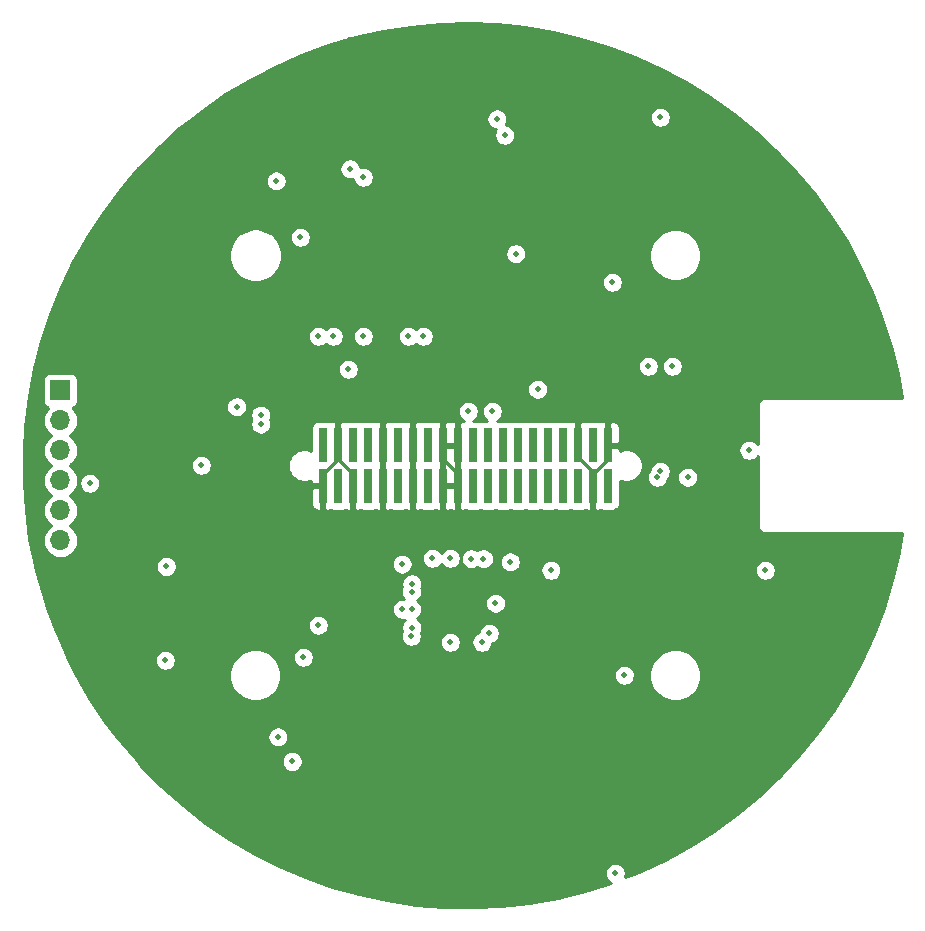
<source format=gbr>
G04 #@! TF.GenerationSoftware,KiCad,Pcbnew,(5.1.4)-1*
G04 #@! TF.CreationDate,2020-01-28T11:40:39-05:00*
G04 #@! TF.ProjectId,PDL_1920,50444c5f-3139-4323-902e-6b696361645f,rev?*
G04 #@! TF.SameCoordinates,Original*
G04 #@! TF.FileFunction,Copper,L4,Bot*
G04 #@! TF.FilePolarity,Positive*
%FSLAX46Y46*%
G04 Gerber Fmt 4.6, Leading zero omitted, Abs format (unit mm)*
G04 Created by KiCad (PCBNEW (5.1.4)-1) date 2020-01-28 11:40:39*
%MOMM*%
%LPD*%
G04 APERTURE LIST*
%ADD10R,0.740000X2.920000*%
%ADD11O,1.700000X1.700000*%
%ADD12R,1.700000X1.700000*%
%ADD13C,0.508000*%
%ADD14C,0.254000*%
G04 APERTURE END LIST*
D10*
X140335000Y-128744200D03*
X140335000Y-125314200D03*
X141605000Y-128744200D03*
X141605000Y-125314200D03*
X142875000Y-128744200D03*
X142875000Y-125314200D03*
X144145000Y-128744200D03*
X144145000Y-125314200D03*
X145415000Y-128744200D03*
X145415000Y-125314200D03*
X146685000Y-128744200D03*
X146685000Y-125314200D03*
X147955000Y-128744200D03*
X147955000Y-125314200D03*
X149225000Y-128744200D03*
X149225000Y-125314200D03*
X150495000Y-128744200D03*
X150495000Y-125314200D03*
X151765000Y-128744200D03*
X151765000Y-125314200D03*
X153035000Y-128744200D03*
X153035000Y-125314200D03*
X154305000Y-128744200D03*
X154305000Y-125314200D03*
X155575000Y-128744200D03*
X155575000Y-125314200D03*
X156845000Y-128744200D03*
X156845000Y-125314200D03*
X158115000Y-128744200D03*
X158115000Y-125314200D03*
X159385000Y-128744200D03*
X159385000Y-125314200D03*
X160655000Y-128744200D03*
X160655000Y-125314200D03*
X161925000Y-128744200D03*
X161925000Y-125314200D03*
X163195000Y-128744200D03*
X163195000Y-125314200D03*
X164465000Y-128744200D03*
X164465000Y-125314200D03*
D11*
X118110000Y-133350000D03*
X118110000Y-130810000D03*
X118110000Y-128270000D03*
X118110000Y-125730000D03*
X118110000Y-123190000D03*
D12*
X118110000Y-120650000D03*
D13*
X176491900Y-128663700D03*
X167106600Y-122364500D03*
X170434000Y-120142000D03*
X176568100Y-119367300D03*
X144526000Y-150114000D03*
X147066000Y-152400000D03*
X151993600Y-133350000D03*
X150622000Y-131953000D03*
X163576000Y-140335000D03*
X171577000Y-139954000D03*
X171831000Y-135128000D03*
X148590000Y-96520000D03*
X180213000Y-139827000D03*
X188683900Y-133223000D03*
X177292000Y-133096000D03*
X164719000Y-135509000D03*
X159766000Y-139700000D03*
X177673000Y-150622000D03*
X159893000Y-149606000D03*
X165354000Y-159512000D03*
X156210000Y-163703000D03*
X144145000Y-158242000D03*
X131445000Y-153670000D03*
X119888000Y-138684000D03*
X142113000Y-134366000D03*
X122859800Y-127127000D03*
X126746000Y-116205000D03*
X134797800Y-103035100D03*
X151511000Y-113792000D03*
X174244000Y-103505000D03*
X170688000Y-94869000D03*
X148704300Y-93726000D03*
X160528000Y-102235000D03*
X125349000Y-107061000D03*
X135382000Y-116967000D03*
X121285000Y-120777000D03*
X137033000Y-95377000D03*
X175260000Y-110871000D03*
X138049000Y-123952000D03*
X151130000Y-161290000D03*
X155829000Y-120015000D03*
X167513000Y-93345000D03*
X158369000Y-91948000D03*
X147955000Y-100203000D03*
X148717000Y-109855000D03*
X141732000Y-109982000D03*
X153924000Y-145796000D03*
X134962900Y-140563600D03*
X128524000Y-132740400D03*
X141693900Y-150482300D03*
X137756900Y-120827800D03*
X180517800Y-137007600D03*
X180047900Y-120599200D03*
X188201300Y-120281700D03*
X183349900Y-117538500D03*
X176580800Y-116751100D03*
X182156100Y-116128800D03*
X166509700Y-97510600D03*
X163741100Y-101409500D03*
X141732000Y-102717600D03*
X143471900Y-96227900D03*
X142582900Y-90982800D03*
X139966700Y-92417900D03*
X128016000Y-128155700D03*
X127584200Y-126111000D03*
X125476000Y-135597900D03*
X124675900Y-151193500D03*
X136982200Y-160680400D03*
X147199900Y-160610000D03*
X154127200Y-159639000D03*
X165646100Y-147345400D03*
X167182800Y-139026900D03*
X171157900Y-130378200D03*
X182372000Y-109537500D03*
X129171700Y-121183400D03*
X134632700Y-132740400D03*
X129832100Y-135572500D03*
X128714500Y-143510000D03*
X145300700Y-119951500D03*
X160388300Y-112547400D03*
X164160200Y-116586000D03*
X154381200Y-100342700D03*
X155295600Y-149644100D03*
X150799800Y-143217900D03*
X143814800Y-143459200D03*
X152603200Y-154279600D03*
X168656000Y-128016000D03*
X155067002Y-97662998D03*
X168910000Y-127508000D03*
X155727410Y-99059990D03*
X165862000Y-144780004D03*
X171208705Y-128003295D03*
X165100000Y-161544000D03*
X147040590Y-135356610D03*
X154946410Y-138677590D03*
X159639000Y-135890000D03*
X176402998Y-125730004D03*
X136385300Y-102920800D03*
X158508700Y-120561100D03*
X156664502Y-109072546D03*
X143764000Y-116078000D03*
X147842041Y-137681198D03*
X139954000Y-140538232D03*
X133026150Y-122040650D03*
X167894000Y-118618000D03*
X169926000Y-118618002D03*
X177799996Y-135890000D03*
X153796994Y-141986000D03*
X127076200Y-135559800D03*
X135060679Y-122741677D03*
X154431996Y-141224000D03*
X127000000Y-143510000D03*
X152654000Y-122428000D03*
X154686000Y-122428000D03*
X135060678Y-123503678D03*
X130047995Y-127000005D03*
X138684000Y-143256000D03*
X136519753Y-149987044D03*
X137718810Y-152069800D03*
X148844000Y-116078000D03*
X149605988Y-134874000D03*
X147574000Y-116078000D03*
X147854236Y-137020899D03*
X142494004Y-118872000D03*
X151130000Y-134874000D03*
X141224000Y-116078000D03*
X147065998Y-139192000D03*
X139954000Y-116078000D03*
X147840588Y-139194513D03*
X151130000Y-141986000D03*
X143764000Y-102616000D03*
X147828000Y-141477996D03*
X142624822Y-101879410D03*
X138430000Y-107696000D03*
X147845462Y-140733430D03*
X156209991Y-135178821D03*
X152908028Y-134899372D03*
X120599179Y-128524000D03*
X153931177Y-134901122D03*
X164846000Y-111506000D03*
X168910000Y-97536000D03*
D14*
X164465000Y-126474200D02*
X163195000Y-127744200D01*
X164465000Y-126314200D02*
X164465000Y-126474200D01*
X163195000Y-127584200D02*
X161925000Y-126314200D01*
X163195000Y-127744200D02*
X163195000Y-127584200D01*
X151765000Y-126314200D02*
X151765000Y-127744200D01*
X150495000Y-126314200D02*
X150495000Y-127744200D01*
X150495000Y-126474200D02*
X151765000Y-127744200D01*
X150495000Y-126314200D02*
X150495000Y-126474200D01*
X147955000Y-126314200D02*
X147955000Y-127744200D01*
X145415000Y-126314200D02*
X145415000Y-127744200D01*
X141605000Y-126474200D02*
X142875000Y-127744200D01*
X141605000Y-126474200D02*
X140335000Y-127744200D01*
X141605000Y-126314200D02*
X141605000Y-126474200D01*
G36*
X155053169Y-89669787D02*
G01*
X157456648Y-89918813D01*
X159839047Y-90322423D01*
X162190426Y-90878930D01*
X164500981Y-91586015D01*
X166761110Y-92440737D01*
X168961372Y-93439530D01*
X171092581Y-94578224D01*
X173145879Y-95852083D01*
X175112682Y-97255788D01*
X176984802Y-98783486D01*
X178754431Y-100428811D01*
X180414195Y-102184902D01*
X181957189Y-104044463D01*
X183376949Y-105999696D01*
X184667581Y-108042485D01*
X185823697Y-110164305D01*
X186840473Y-112356300D01*
X187713680Y-114609353D01*
X188439666Y-116914037D01*
X189015417Y-119260794D01*
X189370978Y-121260000D01*
X177832419Y-121260000D01*
X177800000Y-121256807D01*
X177767581Y-121260000D01*
X177670617Y-121269550D01*
X177546207Y-121307290D01*
X177431550Y-121368575D01*
X177331052Y-121451052D01*
X177248575Y-121551550D01*
X177187290Y-121666207D01*
X177149550Y-121790617D01*
X177136807Y-121920000D01*
X177140000Y-121952419D01*
X177140000Y-125232849D01*
X177093529Y-125163300D01*
X176969702Y-125039473D01*
X176824097Y-124942183D01*
X176662310Y-124875168D01*
X176490557Y-124841004D01*
X176315439Y-124841004D01*
X176143686Y-124875168D01*
X175981899Y-124942183D01*
X175836294Y-125039473D01*
X175712467Y-125163300D01*
X175615177Y-125308905D01*
X175548162Y-125470692D01*
X175513998Y-125642445D01*
X175513998Y-125817563D01*
X175548162Y-125989316D01*
X175615177Y-126151103D01*
X175712467Y-126296708D01*
X175836294Y-126420535D01*
X175981899Y-126517825D01*
X176143686Y-126584840D01*
X176315439Y-126619004D01*
X176490557Y-126619004D01*
X176662310Y-126584840D01*
X176824097Y-126517825D01*
X176969702Y-126420535D01*
X177093529Y-126296708D01*
X177140000Y-126227158D01*
X177140001Y-132047571D01*
X177136807Y-132080000D01*
X177149550Y-132209383D01*
X177187290Y-132333793D01*
X177248575Y-132448450D01*
X177331052Y-132548948D01*
X177431550Y-132631425D01*
X177546207Y-132692710D01*
X177670617Y-132730450D01*
X177767581Y-132740000D01*
X177800000Y-132743193D01*
X177832419Y-132740000D01*
X189364565Y-132740000D01*
X189090508Y-134375008D01*
X188538103Y-136727362D01*
X187835045Y-139039174D01*
X186984275Y-141300771D01*
X185989328Y-143502763D01*
X184854358Y-145635953D01*
X183584084Y-147691473D01*
X182183813Y-149660729D01*
X180659387Y-151535508D01*
X179017145Y-153308016D01*
X177263944Y-154970849D01*
X175407095Y-156517075D01*
X173454326Y-157940257D01*
X171413804Y-159234445D01*
X169294022Y-160394253D01*
X167103780Y-161414866D01*
X165925619Y-161873848D01*
X165954836Y-161803312D01*
X165989000Y-161631559D01*
X165989000Y-161456441D01*
X165954836Y-161284688D01*
X165887821Y-161122901D01*
X165790531Y-160977296D01*
X165666704Y-160853469D01*
X165521099Y-160756179D01*
X165359312Y-160689164D01*
X165187559Y-160655000D01*
X165012441Y-160655000D01*
X164840688Y-160689164D01*
X164678901Y-160756179D01*
X164533296Y-160853469D01*
X164409469Y-160977296D01*
X164312179Y-161122901D01*
X164245164Y-161284688D01*
X164211000Y-161456441D01*
X164211000Y-161631559D01*
X164245164Y-161803312D01*
X164312179Y-161965099D01*
X164409469Y-162110704D01*
X164533296Y-162234531D01*
X164678901Y-162331821D01*
X164699583Y-162340388D01*
X162548839Y-163022010D01*
X160203103Y-163601855D01*
X157824836Y-164029115D01*
X155423968Y-164302007D01*
X153010466Y-164419399D01*
X150594434Y-164380798D01*
X148185920Y-164186365D01*
X145795005Y-163836913D01*
X143431584Y-163333891D01*
X141105566Y-162679405D01*
X138826644Y-161876183D01*
X136604290Y-160927565D01*
X134447791Y-159837514D01*
X132366132Y-158610572D01*
X130367988Y-157251852D01*
X128461676Y-155767009D01*
X126655181Y-154162261D01*
X124956000Y-152444273D01*
X124554580Y-151982241D01*
X136829810Y-151982241D01*
X136829810Y-152157359D01*
X136863974Y-152329112D01*
X136930989Y-152490899D01*
X137028279Y-152636504D01*
X137152106Y-152760331D01*
X137297711Y-152857621D01*
X137459498Y-152924636D01*
X137631251Y-152958800D01*
X137806369Y-152958800D01*
X137978122Y-152924636D01*
X138139909Y-152857621D01*
X138285514Y-152760331D01*
X138409341Y-152636504D01*
X138506631Y-152490899D01*
X138573646Y-152329112D01*
X138607810Y-152157359D01*
X138607810Y-151982241D01*
X138573646Y-151810488D01*
X138506631Y-151648701D01*
X138409341Y-151503096D01*
X138285514Y-151379269D01*
X138139909Y-151281979D01*
X137978122Y-151214964D01*
X137806369Y-151180800D01*
X137631251Y-151180800D01*
X137459498Y-151214964D01*
X137297711Y-151281979D01*
X137152106Y-151379269D01*
X137028279Y-151503096D01*
X136930989Y-151648701D01*
X136863974Y-151810488D01*
X136829810Y-151982241D01*
X124554580Y-151982241D01*
X123371228Y-150620214D01*
X122822485Y-149899485D01*
X135630753Y-149899485D01*
X135630753Y-150074603D01*
X135664917Y-150246356D01*
X135731932Y-150408143D01*
X135829222Y-150553748D01*
X135953049Y-150677575D01*
X136098654Y-150774865D01*
X136260441Y-150841880D01*
X136432194Y-150876044D01*
X136607312Y-150876044D01*
X136779065Y-150841880D01*
X136940852Y-150774865D01*
X137086457Y-150677575D01*
X137210284Y-150553748D01*
X137307574Y-150408143D01*
X137374589Y-150246356D01*
X137408753Y-150074603D01*
X137408753Y-149899485D01*
X137374589Y-149727732D01*
X137307574Y-149565945D01*
X137210284Y-149420340D01*
X137086457Y-149296513D01*
X136940852Y-149199223D01*
X136779065Y-149132208D01*
X136607312Y-149098044D01*
X136432194Y-149098044D01*
X136260441Y-149132208D01*
X136098654Y-149199223D01*
X135953049Y-149296513D01*
X135829222Y-149420340D01*
X135731932Y-149565945D01*
X135664917Y-149727732D01*
X135630753Y-149899485D01*
X122822485Y-149899485D01*
X121907462Y-148697678D01*
X120570819Y-146684700D01*
X119366868Y-144589665D01*
X119354234Y-144563970D01*
X132426613Y-144563970D01*
X132426613Y-144996030D01*
X132510904Y-145419787D01*
X132676246Y-145818958D01*
X132916285Y-146178203D01*
X133221797Y-146483715D01*
X133581042Y-146723754D01*
X133980213Y-146889096D01*
X134403970Y-146973387D01*
X134836030Y-146973387D01*
X135259787Y-146889096D01*
X135658958Y-146723754D01*
X136018203Y-146483715D01*
X136323715Y-146178203D01*
X136563754Y-145818958D01*
X136729096Y-145419787D01*
X136813387Y-144996030D01*
X136813387Y-144692445D01*
X164973000Y-144692445D01*
X164973000Y-144867563D01*
X165007164Y-145039316D01*
X165074179Y-145201103D01*
X165171469Y-145346708D01*
X165295296Y-145470535D01*
X165440901Y-145567825D01*
X165602688Y-145634840D01*
X165774441Y-145669004D01*
X165949559Y-145669004D01*
X166121312Y-145634840D01*
X166283099Y-145567825D01*
X166428704Y-145470535D01*
X166552531Y-145346708D01*
X166649821Y-145201103D01*
X166716836Y-145039316D01*
X166751000Y-144867563D01*
X166751000Y-144692445D01*
X166725445Y-144563970D01*
X167986613Y-144563970D01*
X167986613Y-144996030D01*
X168070904Y-145419787D01*
X168236246Y-145818958D01*
X168476285Y-146178203D01*
X168781797Y-146483715D01*
X169141042Y-146723754D01*
X169540213Y-146889096D01*
X169963970Y-146973387D01*
X170396030Y-146973387D01*
X170819787Y-146889096D01*
X171218958Y-146723754D01*
X171578203Y-146483715D01*
X171883715Y-146178203D01*
X172123754Y-145818958D01*
X172289096Y-145419787D01*
X172373387Y-144996030D01*
X172373387Y-144563970D01*
X172289096Y-144140213D01*
X172123754Y-143741042D01*
X171883715Y-143381797D01*
X171578203Y-143076285D01*
X171218958Y-142836246D01*
X170819787Y-142670904D01*
X170396030Y-142586613D01*
X169963970Y-142586613D01*
X169540213Y-142670904D01*
X169141042Y-142836246D01*
X168781797Y-143076285D01*
X168476285Y-143381797D01*
X168236246Y-143741042D01*
X168070904Y-144140213D01*
X167986613Y-144563970D01*
X166725445Y-144563970D01*
X166716836Y-144520692D01*
X166649821Y-144358905D01*
X166552531Y-144213300D01*
X166428704Y-144089473D01*
X166283099Y-143992183D01*
X166121312Y-143925168D01*
X165949559Y-143891004D01*
X165774441Y-143891004D01*
X165602688Y-143925168D01*
X165440901Y-143992183D01*
X165295296Y-144089473D01*
X165171469Y-144213300D01*
X165074179Y-144358905D01*
X165007164Y-144520692D01*
X164973000Y-144692445D01*
X136813387Y-144692445D01*
X136813387Y-144563970D01*
X136729096Y-144140213D01*
X136563754Y-143741042D01*
X136323715Y-143381797D01*
X136110359Y-143168441D01*
X137795000Y-143168441D01*
X137795000Y-143343559D01*
X137829164Y-143515312D01*
X137896179Y-143677099D01*
X137993469Y-143822704D01*
X138117296Y-143946531D01*
X138262901Y-144043821D01*
X138424688Y-144110836D01*
X138596441Y-144145000D01*
X138771559Y-144145000D01*
X138943312Y-144110836D01*
X139105099Y-144043821D01*
X139250704Y-143946531D01*
X139374531Y-143822704D01*
X139471821Y-143677099D01*
X139538836Y-143515312D01*
X139573000Y-143343559D01*
X139573000Y-143168441D01*
X139538836Y-142996688D01*
X139471821Y-142834901D01*
X139374531Y-142689296D01*
X139250704Y-142565469D01*
X139105099Y-142468179D01*
X138943312Y-142401164D01*
X138771559Y-142367000D01*
X138596441Y-142367000D01*
X138424688Y-142401164D01*
X138262901Y-142468179D01*
X138117296Y-142565469D01*
X137993469Y-142689296D01*
X137896179Y-142834901D01*
X137829164Y-142996688D01*
X137795000Y-143168441D01*
X136110359Y-143168441D01*
X136018203Y-143076285D01*
X135658958Y-142836246D01*
X135259787Y-142670904D01*
X134836030Y-142586613D01*
X134403970Y-142586613D01*
X133980213Y-142670904D01*
X133581042Y-142836246D01*
X133221797Y-143076285D01*
X132916285Y-143381797D01*
X132676246Y-143741042D01*
X132510904Y-144140213D01*
X132426613Y-144563970D01*
X119354234Y-144563970D01*
X118792912Y-143422441D01*
X126111000Y-143422441D01*
X126111000Y-143597559D01*
X126145164Y-143769312D01*
X126212179Y-143931099D01*
X126309469Y-144076704D01*
X126433296Y-144200531D01*
X126578901Y-144297821D01*
X126740688Y-144364836D01*
X126912441Y-144399000D01*
X127087559Y-144399000D01*
X127259312Y-144364836D01*
X127421099Y-144297821D01*
X127566704Y-144200531D01*
X127690531Y-144076704D01*
X127787821Y-143931099D01*
X127854836Y-143769312D01*
X127889000Y-143597559D01*
X127889000Y-143422441D01*
X127854836Y-143250688D01*
X127787821Y-143088901D01*
X127690531Y-142943296D01*
X127566704Y-142819469D01*
X127421099Y-142722179D01*
X127259312Y-142655164D01*
X127087559Y-142621000D01*
X126912441Y-142621000D01*
X126740688Y-142655164D01*
X126578901Y-142722179D01*
X126433296Y-142819469D01*
X126309469Y-142943296D01*
X126212179Y-143088901D01*
X126145164Y-143250688D01*
X126111000Y-143422441D01*
X118792912Y-143422441D01*
X118300618Y-142421291D01*
X117484979Y-140450673D01*
X139065000Y-140450673D01*
X139065000Y-140625791D01*
X139099164Y-140797544D01*
X139166179Y-140959331D01*
X139263469Y-141104936D01*
X139387296Y-141228763D01*
X139532901Y-141326053D01*
X139694688Y-141393068D01*
X139866441Y-141427232D01*
X140041559Y-141427232D01*
X140213312Y-141393068D01*
X140375099Y-141326053D01*
X140520704Y-141228763D01*
X140644531Y-141104936D01*
X140741821Y-140959331D01*
X140808836Y-140797544D01*
X140843000Y-140625791D01*
X140843000Y-140450673D01*
X140808836Y-140278920D01*
X140741821Y-140117133D01*
X140644531Y-139971528D01*
X140520704Y-139847701D01*
X140375099Y-139750411D01*
X140213312Y-139683396D01*
X140041559Y-139649232D01*
X139866441Y-139649232D01*
X139694688Y-139683396D01*
X139532901Y-139750411D01*
X139387296Y-139847701D01*
X139263469Y-139971528D01*
X139166179Y-140117133D01*
X139099164Y-140278920D01*
X139065000Y-140450673D01*
X117484979Y-140450673D01*
X117376526Y-140188647D01*
X117007757Y-139104441D01*
X146176998Y-139104441D01*
X146176998Y-139279559D01*
X146211162Y-139451312D01*
X146278177Y-139613099D01*
X146375467Y-139758704D01*
X146499294Y-139882531D01*
X146644899Y-139979821D01*
X146806686Y-140046836D01*
X146978439Y-140081000D01*
X147153557Y-140081000D01*
X147262284Y-140059373D01*
X147154931Y-140166726D01*
X147057641Y-140312331D01*
X146990626Y-140474118D01*
X146956462Y-140645871D01*
X146956462Y-140820989D01*
X146990626Y-140992742D01*
X147028690Y-141084635D01*
X146973164Y-141218684D01*
X146939000Y-141390437D01*
X146939000Y-141565555D01*
X146973164Y-141737308D01*
X147040179Y-141899095D01*
X147137469Y-142044700D01*
X147261296Y-142168527D01*
X147406901Y-142265817D01*
X147568688Y-142332832D01*
X147740441Y-142366996D01*
X147915559Y-142366996D01*
X148087312Y-142332832D01*
X148249099Y-142265817D01*
X148394704Y-142168527D01*
X148518531Y-142044700D01*
X148615821Y-141899095D01*
X148616091Y-141898441D01*
X150241000Y-141898441D01*
X150241000Y-142073559D01*
X150275164Y-142245312D01*
X150342179Y-142407099D01*
X150439469Y-142552704D01*
X150563296Y-142676531D01*
X150708901Y-142773821D01*
X150870688Y-142840836D01*
X151042441Y-142875000D01*
X151217559Y-142875000D01*
X151389312Y-142840836D01*
X151551099Y-142773821D01*
X151696704Y-142676531D01*
X151820531Y-142552704D01*
X151917821Y-142407099D01*
X151984836Y-142245312D01*
X152019000Y-142073559D01*
X152019000Y-141898441D01*
X152907994Y-141898441D01*
X152907994Y-142073559D01*
X152942158Y-142245312D01*
X153009173Y-142407099D01*
X153106463Y-142552704D01*
X153230290Y-142676531D01*
X153375895Y-142773821D01*
X153537682Y-142840836D01*
X153709435Y-142875000D01*
X153884553Y-142875000D01*
X154056306Y-142840836D01*
X154218093Y-142773821D01*
X154363698Y-142676531D01*
X154487525Y-142552704D01*
X154584815Y-142407099D01*
X154651830Y-142245312D01*
X154684682Y-142080154D01*
X154691308Y-142078836D01*
X154853095Y-142011821D01*
X154998700Y-141914531D01*
X155122527Y-141790704D01*
X155219817Y-141645099D01*
X155286832Y-141483312D01*
X155320996Y-141311559D01*
X155320996Y-141136441D01*
X155286832Y-140964688D01*
X155219817Y-140802901D01*
X155122527Y-140657296D01*
X154998700Y-140533469D01*
X154853095Y-140436179D01*
X154691308Y-140369164D01*
X154519555Y-140335000D01*
X154344437Y-140335000D01*
X154172684Y-140369164D01*
X154010897Y-140436179D01*
X153865292Y-140533469D01*
X153741465Y-140657296D01*
X153644175Y-140802901D01*
X153577160Y-140964688D01*
X153544308Y-141129846D01*
X153537682Y-141131164D01*
X153375895Y-141198179D01*
X153230290Y-141295469D01*
X153106463Y-141419296D01*
X153009173Y-141564901D01*
X152942158Y-141726688D01*
X152907994Y-141898441D01*
X152019000Y-141898441D01*
X151984836Y-141726688D01*
X151917821Y-141564901D01*
X151820531Y-141419296D01*
X151696704Y-141295469D01*
X151551099Y-141198179D01*
X151389312Y-141131164D01*
X151217559Y-141097000D01*
X151042441Y-141097000D01*
X150870688Y-141131164D01*
X150708901Y-141198179D01*
X150563296Y-141295469D01*
X150439469Y-141419296D01*
X150342179Y-141564901D01*
X150275164Y-141726688D01*
X150241000Y-141898441D01*
X148616091Y-141898441D01*
X148682836Y-141737308D01*
X148717000Y-141565555D01*
X148717000Y-141390437D01*
X148682836Y-141218684D01*
X148644772Y-141126791D01*
X148700298Y-140992742D01*
X148734462Y-140820989D01*
X148734462Y-140645871D01*
X148700298Y-140474118D01*
X148633283Y-140312331D01*
X148535993Y-140166726D01*
X148412166Y-140042899D01*
X148291605Y-139962343D01*
X148407292Y-139885044D01*
X148531119Y-139761217D01*
X148628409Y-139615612D01*
X148695424Y-139453825D01*
X148729588Y-139282072D01*
X148729588Y-139106954D01*
X148695424Y-138935201D01*
X148628409Y-138773414D01*
X148531119Y-138627809D01*
X148493341Y-138590031D01*
X154057410Y-138590031D01*
X154057410Y-138765149D01*
X154091574Y-138936902D01*
X154158589Y-139098689D01*
X154255879Y-139244294D01*
X154379706Y-139368121D01*
X154525311Y-139465411D01*
X154687098Y-139532426D01*
X154858851Y-139566590D01*
X155033969Y-139566590D01*
X155205722Y-139532426D01*
X155367509Y-139465411D01*
X155513114Y-139368121D01*
X155636941Y-139244294D01*
X155734231Y-139098689D01*
X155801246Y-138936902D01*
X155835410Y-138765149D01*
X155835410Y-138590031D01*
X155801246Y-138418278D01*
X155734231Y-138256491D01*
X155636941Y-138110886D01*
X155513114Y-137987059D01*
X155367509Y-137889769D01*
X155205722Y-137822754D01*
X155033969Y-137788590D01*
X154858851Y-137788590D01*
X154687098Y-137822754D01*
X154525311Y-137889769D01*
X154379706Y-137987059D01*
X154255879Y-138110886D01*
X154158589Y-138256491D01*
X154091574Y-138418278D01*
X154057410Y-138590031D01*
X148493341Y-138590031D01*
X148407292Y-138503982D01*
X148309053Y-138438341D01*
X148408745Y-138371729D01*
X148532572Y-138247902D01*
X148629862Y-138102297D01*
X148696877Y-137940510D01*
X148731041Y-137768757D01*
X148731041Y-137593639D01*
X148696877Y-137421886D01*
X148673632Y-137365769D01*
X148709072Y-137280211D01*
X148743236Y-137108458D01*
X148743236Y-136933340D01*
X148709072Y-136761587D01*
X148642057Y-136599800D01*
X148544767Y-136454195D01*
X148420940Y-136330368D01*
X148275335Y-136233078D01*
X148113548Y-136166063D01*
X147941795Y-136131899D01*
X147766677Y-136131899D01*
X147594924Y-136166063D01*
X147433137Y-136233078D01*
X147287532Y-136330368D01*
X147163705Y-136454195D01*
X147066415Y-136599800D01*
X146999400Y-136761587D01*
X146965236Y-136933340D01*
X146965236Y-137108458D01*
X146999400Y-137280211D01*
X147022645Y-137336328D01*
X146987205Y-137421886D01*
X146953041Y-137593639D01*
X146953041Y-137768757D01*
X146987205Y-137940510D01*
X147054220Y-138102297D01*
X147151510Y-138247902D01*
X147219781Y-138316173D01*
X147153557Y-138303000D01*
X146978439Y-138303000D01*
X146806686Y-138337164D01*
X146644899Y-138404179D01*
X146499294Y-138501469D01*
X146375467Y-138625296D01*
X146278177Y-138770901D01*
X146211162Y-138932688D01*
X146176998Y-139104441D01*
X117007757Y-139104441D01*
X116598434Y-137901009D01*
X115969591Y-135567928D01*
X115950324Y-135472241D01*
X126187200Y-135472241D01*
X126187200Y-135647359D01*
X126221364Y-135819112D01*
X126288379Y-135980899D01*
X126385669Y-136126504D01*
X126509496Y-136250331D01*
X126655101Y-136347621D01*
X126816888Y-136414636D01*
X126988641Y-136448800D01*
X127163759Y-136448800D01*
X127335512Y-136414636D01*
X127497299Y-136347621D01*
X127642904Y-136250331D01*
X127766731Y-136126504D01*
X127864021Y-135980899D01*
X127931036Y-135819112D01*
X127965200Y-135647359D01*
X127965200Y-135472241D01*
X127931036Y-135300488D01*
X127918015Y-135269051D01*
X146151590Y-135269051D01*
X146151590Y-135444169D01*
X146185754Y-135615922D01*
X146252769Y-135777709D01*
X146350059Y-135923314D01*
X146473886Y-136047141D01*
X146619491Y-136144431D01*
X146781278Y-136211446D01*
X146953031Y-136245610D01*
X147128149Y-136245610D01*
X147299902Y-136211446D01*
X147461689Y-136144431D01*
X147607294Y-136047141D01*
X147731121Y-135923314D01*
X147828411Y-135777709D01*
X147895426Y-135615922D01*
X147929590Y-135444169D01*
X147929590Y-135269051D01*
X147895426Y-135097298D01*
X147828411Y-134935511D01*
X147731121Y-134789906D01*
X147727656Y-134786441D01*
X148716988Y-134786441D01*
X148716988Y-134961559D01*
X148751152Y-135133312D01*
X148818167Y-135295099D01*
X148915457Y-135440704D01*
X149039284Y-135564531D01*
X149184889Y-135661821D01*
X149346676Y-135728836D01*
X149518429Y-135763000D01*
X149693547Y-135763000D01*
X149865300Y-135728836D01*
X150027087Y-135661821D01*
X150172692Y-135564531D01*
X150296519Y-135440704D01*
X150367994Y-135333734D01*
X150439469Y-135440704D01*
X150563296Y-135564531D01*
X150708901Y-135661821D01*
X150870688Y-135728836D01*
X151042441Y-135763000D01*
X151217559Y-135763000D01*
X151389312Y-135728836D01*
X151551099Y-135661821D01*
X151696704Y-135564531D01*
X151820531Y-135440704D01*
X151917821Y-135295099D01*
X151984836Y-135133312D01*
X152019000Y-134961559D01*
X152019000Y-134811813D01*
X152019028Y-134811813D01*
X152019028Y-134986931D01*
X152053192Y-135158684D01*
X152120207Y-135320471D01*
X152217497Y-135466076D01*
X152341324Y-135589903D01*
X152486929Y-135687193D01*
X152648716Y-135754208D01*
X152820469Y-135788372D01*
X152995587Y-135788372D01*
X153167340Y-135754208D01*
X153329127Y-135687193D01*
X153418293Y-135627614D01*
X153510078Y-135688943D01*
X153671865Y-135755958D01*
X153843618Y-135790122D01*
X154018736Y-135790122D01*
X154190489Y-135755958D01*
X154352276Y-135688943D01*
X154497881Y-135591653D01*
X154621708Y-135467826D01*
X154718998Y-135322221D01*
X154786013Y-135160434D01*
X154799772Y-135091262D01*
X155320991Y-135091262D01*
X155320991Y-135266380D01*
X155355155Y-135438133D01*
X155422170Y-135599920D01*
X155519460Y-135745525D01*
X155643287Y-135869352D01*
X155788892Y-135966642D01*
X155950679Y-136033657D01*
X156122432Y-136067821D01*
X156297550Y-136067821D01*
X156469303Y-136033657D01*
X156631090Y-135966642D01*
X156776695Y-135869352D01*
X156843606Y-135802441D01*
X158750000Y-135802441D01*
X158750000Y-135977559D01*
X158784164Y-136149312D01*
X158851179Y-136311099D01*
X158948469Y-136456704D01*
X159072296Y-136580531D01*
X159217901Y-136677821D01*
X159379688Y-136744836D01*
X159551441Y-136779000D01*
X159726559Y-136779000D01*
X159898312Y-136744836D01*
X160060099Y-136677821D01*
X160205704Y-136580531D01*
X160329531Y-136456704D01*
X160426821Y-136311099D01*
X160493836Y-136149312D01*
X160528000Y-135977559D01*
X160528000Y-135802441D01*
X176910996Y-135802441D01*
X176910996Y-135977559D01*
X176945160Y-136149312D01*
X177012175Y-136311099D01*
X177109465Y-136456704D01*
X177233292Y-136580531D01*
X177378897Y-136677821D01*
X177540684Y-136744836D01*
X177712437Y-136779000D01*
X177887555Y-136779000D01*
X178059308Y-136744836D01*
X178221095Y-136677821D01*
X178366700Y-136580531D01*
X178490527Y-136456704D01*
X178587817Y-136311099D01*
X178654832Y-136149312D01*
X178688996Y-135977559D01*
X178688996Y-135802441D01*
X178654832Y-135630688D01*
X178587817Y-135468901D01*
X178490527Y-135323296D01*
X178366700Y-135199469D01*
X178221095Y-135102179D01*
X178059308Y-135035164D01*
X177887555Y-135001000D01*
X177712437Y-135001000D01*
X177540684Y-135035164D01*
X177378897Y-135102179D01*
X177233292Y-135199469D01*
X177109465Y-135323296D01*
X177012175Y-135468901D01*
X176945160Y-135630688D01*
X176910996Y-135802441D01*
X160528000Y-135802441D01*
X160493836Y-135630688D01*
X160426821Y-135468901D01*
X160329531Y-135323296D01*
X160205704Y-135199469D01*
X160060099Y-135102179D01*
X159898312Y-135035164D01*
X159726559Y-135001000D01*
X159551441Y-135001000D01*
X159379688Y-135035164D01*
X159217901Y-135102179D01*
X159072296Y-135199469D01*
X158948469Y-135323296D01*
X158851179Y-135468901D01*
X158784164Y-135630688D01*
X158750000Y-135802441D01*
X156843606Y-135802441D01*
X156900522Y-135745525D01*
X156997812Y-135599920D01*
X157064827Y-135438133D01*
X157098991Y-135266380D01*
X157098991Y-135091262D01*
X157064827Y-134919509D01*
X156997812Y-134757722D01*
X156900522Y-134612117D01*
X156776695Y-134488290D01*
X156631090Y-134391000D01*
X156469303Y-134323985D01*
X156297550Y-134289821D01*
X156122432Y-134289821D01*
X155950679Y-134323985D01*
X155788892Y-134391000D01*
X155643287Y-134488290D01*
X155519460Y-134612117D01*
X155422170Y-134757722D01*
X155355155Y-134919509D01*
X155320991Y-135091262D01*
X154799772Y-135091262D01*
X154820177Y-134988681D01*
X154820177Y-134813563D01*
X154786013Y-134641810D01*
X154718998Y-134480023D01*
X154621708Y-134334418D01*
X154497881Y-134210591D01*
X154352276Y-134113301D01*
X154190489Y-134046286D01*
X154018736Y-134012122D01*
X153843618Y-134012122D01*
X153671865Y-134046286D01*
X153510078Y-134113301D01*
X153420912Y-134172880D01*
X153329127Y-134111551D01*
X153167340Y-134044536D01*
X152995587Y-134010372D01*
X152820469Y-134010372D01*
X152648716Y-134044536D01*
X152486929Y-134111551D01*
X152341324Y-134208841D01*
X152217497Y-134332668D01*
X152120207Y-134478273D01*
X152053192Y-134640060D01*
X152019028Y-134811813D01*
X152019000Y-134811813D01*
X152019000Y-134786441D01*
X151984836Y-134614688D01*
X151917821Y-134452901D01*
X151820531Y-134307296D01*
X151696704Y-134183469D01*
X151551099Y-134086179D01*
X151389312Y-134019164D01*
X151217559Y-133985000D01*
X151042441Y-133985000D01*
X150870688Y-134019164D01*
X150708901Y-134086179D01*
X150563296Y-134183469D01*
X150439469Y-134307296D01*
X150367994Y-134414266D01*
X150296519Y-134307296D01*
X150172692Y-134183469D01*
X150027087Y-134086179D01*
X149865300Y-134019164D01*
X149693547Y-133985000D01*
X149518429Y-133985000D01*
X149346676Y-134019164D01*
X149184889Y-134086179D01*
X149039284Y-134183469D01*
X148915457Y-134307296D01*
X148818167Y-134452901D01*
X148751152Y-134614688D01*
X148716988Y-134786441D01*
X147727656Y-134786441D01*
X147607294Y-134666079D01*
X147461689Y-134568789D01*
X147299902Y-134501774D01*
X147128149Y-134467610D01*
X146953031Y-134467610D01*
X146781278Y-134501774D01*
X146619491Y-134568789D01*
X146473886Y-134666079D01*
X146350059Y-134789906D01*
X146252769Y-134935511D01*
X146185754Y-135097298D01*
X146151590Y-135269051D01*
X127918015Y-135269051D01*
X127864021Y-135138701D01*
X127766731Y-134993096D01*
X127642904Y-134869269D01*
X127497299Y-134771979D01*
X127335512Y-134704964D01*
X127163759Y-134670800D01*
X126988641Y-134670800D01*
X126816888Y-134704964D01*
X126655101Y-134771979D01*
X126509496Y-134869269D01*
X126385669Y-134993096D01*
X126288379Y-135138701D01*
X126221364Y-135300488D01*
X126187200Y-135472241D01*
X115950324Y-135472241D01*
X115492617Y-133199131D01*
X115169502Y-130804486D01*
X115001592Y-128393982D01*
X114989587Y-125977677D01*
X115133538Y-123565618D01*
X115180426Y-123190000D01*
X116617815Y-123190000D01*
X116646487Y-123481111D01*
X116731401Y-123761034D01*
X116869294Y-124019014D01*
X117054866Y-124245134D01*
X117280986Y-124430706D01*
X117335791Y-124460000D01*
X117280986Y-124489294D01*
X117054866Y-124674866D01*
X116869294Y-124900986D01*
X116731401Y-125158966D01*
X116646487Y-125438889D01*
X116617815Y-125730000D01*
X116646487Y-126021111D01*
X116731401Y-126301034D01*
X116869294Y-126559014D01*
X117054866Y-126785134D01*
X117280986Y-126970706D01*
X117335791Y-127000000D01*
X117280986Y-127029294D01*
X117054866Y-127214866D01*
X116869294Y-127440986D01*
X116731401Y-127698966D01*
X116646487Y-127978889D01*
X116617815Y-128270000D01*
X116646487Y-128561111D01*
X116731401Y-128841034D01*
X116869294Y-129099014D01*
X117054866Y-129325134D01*
X117280986Y-129510706D01*
X117335791Y-129540000D01*
X117280986Y-129569294D01*
X117054866Y-129754866D01*
X116869294Y-129980986D01*
X116731401Y-130238966D01*
X116646487Y-130518889D01*
X116617815Y-130810000D01*
X116646487Y-131101111D01*
X116731401Y-131381034D01*
X116869294Y-131639014D01*
X117054866Y-131865134D01*
X117280986Y-132050706D01*
X117335791Y-132080000D01*
X117280986Y-132109294D01*
X117054866Y-132294866D01*
X116869294Y-132520986D01*
X116731401Y-132778966D01*
X116646487Y-133058889D01*
X116617815Y-133350000D01*
X116646487Y-133641111D01*
X116731401Y-133921034D01*
X116869294Y-134179014D01*
X117054866Y-134405134D01*
X117280986Y-134590706D01*
X117538966Y-134728599D01*
X117818889Y-134813513D01*
X118037050Y-134835000D01*
X118182950Y-134835000D01*
X118401111Y-134813513D01*
X118681034Y-134728599D01*
X118939014Y-134590706D01*
X119165134Y-134405134D01*
X119350706Y-134179014D01*
X119488599Y-133921034D01*
X119573513Y-133641111D01*
X119602185Y-133350000D01*
X119573513Y-133058889D01*
X119488599Y-132778966D01*
X119350706Y-132520986D01*
X119165134Y-132294866D01*
X118939014Y-132109294D01*
X118884209Y-132080000D01*
X118939014Y-132050706D01*
X119165134Y-131865134D01*
X119350706Y-131639014D01*
X119488599Y-131381034D01*
X119573513Y-131101111D01*
X119602185Y-130810000D01*
X119573513Y-130518889D01*
X119488599Y-130238966D01*
X119470017Y-130204200D01*
X139326928Y-130204200D01*
X139339188Y-130328682D01*
X139375498Y-130448380D01*
X139434463Y-130558694D01*
X139513815Y-130655385D01*
X139610506Y-130734737D01*
X139720820Y-130793702D01*
X139840518Y-130830012D01*
X139965000Y-130842272D01*
X140049250Y-130839200D01*
X140208000Y-130680450D01*
X140208000Y-128871200D01*
X139488750Y-128871200D01*
X139330000Y-129029950D01*
X139326928Y-130204200D01*
X119470017Y-130204200D01*
X119350706Y-129980986D01*
X119165134Y-129754866D01*
X118939014Y-129569294D01*
X118884209Y-129540000D01*
X118939014Y-129510706D01*
X119165134Y-129325134D01*
X119350706Y-129099014D01*
X119488599Y-128841034D01*
X119573513Y-128561111D01*
X119585791Y-128436441D01*
X119710179Y-128436441D01*
X119710179Y-128611559D01*
X119744343Y-128783312D01*
X119811358Y-128945099D01*
X119908648Y-129090704D01*
X120032475Y-129214531D01*
X120178080Y-129311821D01*
X120339867Y-129378836D01*
X120511620Y-129413000D01*
X120686738Y-129413000D01*
X120858491Y-129378836D01*
X121020278Y-129311821D01*
X121165883Y-129214531D01*
X121289710Y-129090704D01*
X121387000Y-128945099D01*
X121454015Y-128783312D01*
X121488179Y-128611559D01*
X121488179Y-128436441D01*
X121454015Y-128264688D01*
X121387000Y-128102901D01*
X121289710Y-127957296D01*
X121165883Y-127833469D01*
X121020278Y-127736179D01*
X120858491Y-127669164D01*
X120686738Y-127635000D01*
X120511620Y-127635000D01*
X120339867Y-127669164D01*
X120178080Y-127736179D01*
X120032475Y-127833469D01*
X119908648Y-127957296D01*
X119811358Y-128102901D01*
X119744343Y-128264688D01*
X119710179Y-128436441D01*
X119585791Y-128436441D01*
X119602185Y-128270000D01*
X119573513Y-127978889D01*
X119488599Y-127698966D01*
X119350706Y-127440986D01*
X119165134Y-127214866D01*
X118939014Y-127029294D01*
X118884209Y-127000000D01*
X118939014Y-126970706D01*
X119010003Y-126912446D01*
X129158995Y-126912446D01*
X129158995Y-127087564D01*
X129193159Y-127259317D01*
X129260174Y-127421104D01*
X129357464Y-127566709D01*
X129481291Y-127690536D01*
X129626896Y-127787826D01*
X129788683Y-127854841D01*
X129960436Y-127889005D01*
X130135554Y-127889005D01*
X130307307Y-127854841D01*
X130469094Y-127787826D01*
X130614699Y-127690536D01*
X130738526Y-127566709D01*
X130835816Y-127421104D01*
X130902831Y-127259317D01*
X130936995Y-127087564D01*
X130936995Y-126912446D01*
X130933085Y-126892789D01*
X137360000Y-126892789D01*
X137360000Y-127165611D01*
X137413225Y-127433189D01*
X137517629Y-127685243D01*
X137669201Y-127912086D01*
X137862114Y-128104999D01*
X138088957Y-128256571D01*
X138341011Y-128360975D01*
X138608589Y-128414200D01*
X138881411Y-128414200D01*
X139148989Y-128360975D01*
X139329549Y-128286185D01*
X139330000Y-128458450D01*
X139488750Y-128617200D01*
X140208000Y-128617200D01*
X140208000Y-128597200D01*
X140462000Y-128597200D01*
X140462000Y-128617200D01*
X140482000Y-128617200D01*
X140482000Y-128871200D01*
X140462000Y-128871200D01*
X140462000Y-130680450D01*
X140620750Y-130839200D01*
X140705000Y-130842272D01*
X140829482Y-130830012D01*
X140949180Y-130793702D01*
X140970000Y-130782573D01*
X140990820Y-130793702D01*
X141110518Y-130830012D01*
X141235000Y-130842272D01*
X141975000Y-130842272D01*
X142099482Y-130830012D01*
X142219180Y-130793702D01*
X142240000Y-130782573D01*
X142260820Y-130793702D01*
X142380518Y-130830012D01*
X142505000Y-130842272D01*
X142589250Y-130839200D01*
X142748000Y-130680450D01*
X142748000Y-128871200D01*
X142728000Y-128871200D01*
X142728000Y-128617200D01*
X142748000Y-128617200D01*
X142748000Y-128597200D01*
X143002000Y-128597200D01*
X143002000Y-128617200D01*
X143022000Y-128617200D01*
X143022000Y-128871200D01*
X143002000Y-128871200D01*
X143002000Y-130680450D01*
X143160750Y-130839200D01*
X143245000Y-130842272D01*
X143369482Y-130830012D01*
X143489180Y-130793702D01*
X143510000Y-130782573D01*
X143530820Y-130793702D01*
X143650518Y-130830012D01*
X143775000Y-130842272D01*
X144515000Y-130842272D01*
X144639482Y-130830012D01*
X144759180Y-130793702D01*
X144780000Y-130782573D01*
X144800820Y-130793702D01*
X144920518Y-130830012D01*
X145045000Y-130842272D01*
X145129250Y-130839200D01*
X145288000Y-130680450D01*
X145288000Y-128871200D01*
X145268000Y-128871200D01*
X145268000Y-128617200D01*
X145288000Y-128617200D01*
X145288000Y-125441200D01*
X145268000Y-125441200D01*
X145268000Y-125187200D01*
X145288000Y-125187200D01*
X145288000Y-123377950D01*
X145542000Y-123377950D01*
X145542000Y-125187200D01*
X145562000Y-125187200D01*
X145562000Y-125441200D01*
X145542000Y-125441200D01*
X145542000Y-128617200D01*
X145562000Y-128617200D01*
X145562000Y-128871200D01*
X145542000Y-128871200D01*
X145542000Y-130680450D01*
X145700750Y-130839200D01*
X145785000Y-130842272D01*
X145909482Y-130830012D01*
X146029180Y-130793702D01*
X146050000Y-130782573D01*
X146070820Y-130793702D01*
X146190518Y-130830012D01*
X146315000Y-130842272D01*
X147055000Y-130842272D01*
X147179482Y-130830012D01*
X147299180Y-130793702D01*
X147320000Y-130782573D01*
X147340820Y-130793702D01*
X147460518Y-130830012D01*
X147585000Y-130842272D01*
X147669250Y-130839200D01*
X147828000Y-130680450D01*
X147828000Y-128871200D01*
X147808000Y-128871200D01*
X147808000Y-128617200D01*
X147828000Y-128617200D01*
X147828000Y-125441200D01*
X147808000Y-125441200D01*
X147808000Y-125187200D01*
X147828000Y-125187200D01*
X147828000Y-123377950D01*
X148082000Y-123377950D01*
X148082000Y-125187200D01*
X148102000Y-125187200D01*
X148102000Y-125441200D01*
X148082000Y-125441200D01*
X148082000Y-128617200D01*
X148102000Y-128617200D01*
X148102000Y-128871200D01*
X148082000Y-128871200D01*
X148082000Y-130680450D01*
X148240750Y-130839200D01*
X148325000Y-130842272D01*
X148449482Y-130830012D01*
X148569180Y-130793702D01*
X148590000Y-130782573D01*
X148610820Y-130793702D01*
X148730518Y-130830012D01*
X148855000Y-130842272D01*
X149595000Y-130842272D01*
X149719482Y-130830012D01*
X149839180Y-130793702D01*
X149860000Y-130782573D01*
X149880820Y-130793702D01*
X150000518Y-130830012D01*
X150125000Y-130842272D01*
X150209250Y-130839200D01*
X150368000Y-130680450D01*
X150368000Y-128871200D01*
X150622000Y-128871200D01*
X150622000Y-130680450D01*
X150780750Y-130839200D01*
X150865000Y-130842272D01*
X150989482Y-130830012D01*
X151109180Y-130793702D01*
X151130000Y-130782573D01*
X151150820Y-130793702D01*
X151270518Y-130830012D01*
X151395000Y-130842272D01*
X151479250Y-130839200D01*
X151638000Y-130680450D01*
X151638000Y-128871200D01*
X150622000Y-128871200D01*
X150368000Y-128871200D01*
X150348000Y-128871200D01*
X150348000Y-128617200D01*
X150368000Y-128617200D01*
X150368000Y-125441200D01*
X150622000Y-125441200D01*
X150622000Y-128617200D01*
X151638000Y-128617200D01*
X151638000Y-125441200D01*
X150622000Y-125441200D01*
X150368000Y-125441200D01*
X150348000Y-125441200D01*
X150348000Y-125187200D01*
X150368000Y-125187200D01*
X150368000Y-123377950D01*
X150622000Y-123377950D01*
X150622000Y-125187200D01*
X151638000Y-125187200D01*
X151638000Y-123377950D01*
X151479250Y-123219200D01*
X151395000Y-123216128D01*
X151270518Y-123228388D01*
X151150820Y-123264698D01*
X151130000Y-123275827D01*
X151109180Y-123264698D01*
X150989482Y-123228388D01*
X150865000Y-123216128D01*
X150780750Y-123219200D01*
X150622000Y-123377950D01*
X150368000Y-123377950D01*
X150209250Y-123219200D01*
X150125000Y-123216128D01*
X150000518Y-123228388D01*
X149880820Y-123264698D01*
X149860000Y-123275827D01*
X149839180Y-123264698D01*
X149719482Y-123228388D01*
X149595000Y-123216128D01*
X148855000Y-123216128D01*
X148730518Y-123228388D01*
X148610820Y-123264698D01*
X148590000Y-123275827D01*
X148569180Y-123264698D01*
X148449482Y-123228388D01*
X148325000Y-123216128D01*
X148240750Y-123219200D01*
X148082000Y-123377950D01*
X147828000Y-123377950D01*
X147669250Y-123219200D01*
X147585000Y-123216128D01*
X147460518Y-123228388D01*
X147340820Y-123264698D01*
X147320000Y-123275827D01*
X147299180Y-123264698D01*
X147179482Y-123228388D01*
X147055000Y-123216128D01*
X146315000Y-123216128D01*
X146190518Y-123228388D01*
X146070820Y-123264698D01*
X146050000Y-123275827D01*
X146029180Y-123264698D01*
X145909482Y-123228388D01*
X145785000Y-123216128D01*
X145700750Y-123219200D01*
X145542000Y-123377950D01*
X145288000Y-123377950D01*
X145129250Y-123219200D01*
X145045000Y-123216128D01*
X144920518Y-123228388D01*
X144800820Y-123264698D01*
X144780000Y-123275827D01*
X144759180Y-123264698D01*
X144639482Y-123228388D01*
X144515000Y-123216128D01*
X143775000Y-123216128D01*
X143650518Y-123228388D01*
X143530820Y-123264698D01*
X143510000Y-123275827D01*
X143489180Y-123264698D01*
X143369482Y-123228388D01*
X143245000Y-123216128D01*
X142505000Y-123216128D01*
X142380518Y-123228388D01*
X142260820Y-123264698D01*
X142240000Y-123275827D01*
X142219180Y-123264698D01*
X142099482Y-123228388D01*
X141975000Y-123216128D01*
X141890750Y-123219200D01*
X141732000Y-123377950D01*
X141732000Y-125187200D01*
X141752000Y-125187200D01*
X141752000Y-125441200D01*
X141732000Y-125441200D01*
X141732000Y-125461200D01*
X141478000Y-125461200D01*
X141478000Y-125441200D01*
X141458000Y-125441200D01*
X141458000Y-125187200D01*
X141478000Y-125187200D01*
X141478000Y-123377950D01*
X141319250Y-123219200D01*
X141235000Y-123216128D01*
X141110518Y-123228388D01*
X140990820Y-123264698D01*
X140970000Y-123275827D01*
X140949180Y-123264698D01*
X140829482Y-123228388D01*
X140705000Y-123216128D01*
X139965000Y-123216128D01*
X139840518Y-123228388D01*
X139720820Y-123264698D01*
X139610506Y-123323663D01*
X139513815Y-123403015D01*
X139434463Y-123499706D01*
X139375498Y-123610020D01*
X139339188Y-123729718D01*
X139326928Y-123854200D01*
X139326928Y-125771130D01*
X139148989Y-125697425D01*
X138881411Y-125644200D01*
X138608589Y-125644200D01*
X138341011Y-125697425D01*
X138088957Y-125801829D01*
X137862114Y-125953401D01*
X137669201Y-126146314D01*
X137517629Y-126373157D01*
X137413225Y-126625211D01*
X137360000Y-126892789D01*
X130933085Y-126892789D01*
X130902831Y-126740693D01*
X130835816Y-126578906D01*
X130738526Y-126433301D01*
X130614699Y-126309474D01*
X130469094Y-126212184D01*
X130307307Y-126145169D01*
X130135554Y-126111005D01*
X129960436Y-126111005D01*
X129788683Y-126145169D01*
X129626896Y-126212184D01*
X129481291Y-126309474D01*
X129357464Y-126433301D01*
X129260174Y-126578906D01*
X129193159Y-126740693D01*
X129158995Y-126912446D01*
X119010003Y-126912446D01*
X119165134Y-126785134D01*
X119350706Y-126559014D01*
X119488599Y-126301034D01*
X119573513Y-126021111D01*
X119602185Y-125730000D01*
X119573513Y-125438889D01*
X119488599Y-125158966D01*
X119350706Y-124900986D01*
X119165134Y-124674866D01*
X118939014Y-124489294D01*
X118884209Y-124460000D01*
X118939014Y-124430706D01*
X119165134Y-124245134D01*
X119350706Y-124019014D01*
X119488599Y-123761034D01*
X119573513Y-123481111D01*
X119579914Y-123416119D01*
X134171678Y-123416119D01*
X134171678Y-123591237D01*
X134205842Y-123762990D01*
X134272857Y-123924777D01*
X134370147Y-124070382D01*
X134493974Y-124194209D01*
X134639579Y-124291499D01*
X134801366Y-124358514D01*
X134973119Y-124392678D01*
X135148237Y-124392678D01*
X135319990Y-124358514D01*
X135481777Y-124291499D01*
X135627382Y-124194209D01*
X135751209Y-124070382D01*
X135848499Y-123924777D01*
X135915514Y-123762990D01*
X135949678Y-123591237D01*
X135949678Y-123416119D01*
X135915514Y-123244366D01*
X135865109Y-123122679D01*
X135915515Y-123000989D01*
X135949679Y-122829236D01*
X135949679Y-122654118D01*
X135915515Y-122482365D01*
X135856728Y-122340441D01*
X151765000Y-122340441D01*
X151765000Y-122515559D01*
X151799164Y-122687312D01*
X151866179Y-122849099D01*
X151963469Y-122994704D01*
X152087296Y-123118531D01*
X152232901Y-123215821D01*
X152273523Y-123232647D01*
X152259482Y-123228388D01*
X152135000Y-123216128D01*
X152050750Y-123219200D01*
X151892000Y-123377950D01*
X151892000Y-125187200D01*
X151912000Y-125187200D01*
X151912000Y-125441200D01*
X151892000Y-125441200D01*
X151892000Y-128617200D01*
X151912000Y-128617200D01*
X151912000Y-128871200D01*
X151892000Y-128871200D01*
X151892000Y-130680450D01*
X152050750Y-130839200D01*
X152135000Y-130842272D01*
X152259482Y-130830012D01*
X152379180Y-130793702D01*
X152400000Y-130782573D01*
X152420820Y-130793702D01*
X152540518Y-130830012D01*
X152665000Y-130842272D01*
X153405000Y-130842272D01*
X153529482Y-130830012D01*
X153649180Y-130793702D01*
X153670000Y-130782573D01*
X153690820Y-130793702D01*
X153810518Y-130830012D01*
X153935000Y-130842272D01*
X154675000Y-130842272D01*
X154799482Y-130830012D01*
X154919180Y-130793702D01*
X154940000Y-130782573D01*
X154960820Y-130793702D01*
X155080518Y-130830012D01*
X155205000Y-130842272D01*
X155945000Y-130842272D01*
X156069482Y-130830012D01*
X156189180Y-130793702D01*
X156210000Y-130782573D01*
X156230820Y-130793702D01*
X156350518Y-130830012D01*
X156475000Y-130842272D01*
X157215000Y-130842272D01*
X157339482Y-130830012D01*
X157459180Y-130793702D01*
X157480000Y-130782573D01*
X157500820Y-130793702D01*
X157620518Y-130830012D01*
X157745000Y-130842272D01*
X158485000Y-130842272D01*
X158609482Y-130830012D01*
X158729180Y-130793702D01*
X158750000Y-130782573D01*
X158770820Y-130793702D01*
X158890518Y-130830012D01*
X159015000Y-130842272D01*
X159755000Y-130842272D01*
X159879482Y-130830012D01*
X159999180Y-130793702D01*
X160020000Y-130782573D01*
X160040820Y-130793702D01*
X160160518Y-130830012D01*
X160285000Y-130842272D01*
X161025000Y-130842272D01*
X161149482Y-130830012D01*
X161269180Y-130793702D01*
X161290000Y-130782573D01*
X161310820Y-130793702D01*
X161430518Y-130830012D01*
X161555000Y-130842272D01*
X162295000Y-130842272D01*
X162419482Y-130830012D01*
X162539180Y-130793702D01*
X162560000Y-130782573D01*
X162580820Y-130793702D01*
X162700518Y-130830012D01*
X162825000Y-130842272D01*
X162909250Y-130839200D01*
X163068000Y-130680450D01*
X163068000Y-128871200D01*
X163048000Y-128871200D01*
X163048000Y-128617200D01*
X163068000Y-128617200D01*
X163068000Y-128597200D01*
X163322000Y-128597200D01*
X163322000Y-128617200D01*
X163342000Y-128617200D01*
X163342000Y-128871200D01*
X163322000Y-128871200D01*
X163322000Y-130680450D01*
X163480750Y-130839200D01*
X163565000Y-130842272D01*
X163689482Y-130830012D01*
X163809180Y-130793702D01*
X163830000Y-130782573D01*
X163850820Y-130793702D01*
X163970518Y-130830012D01*
X164095000Y-130842272D01*
X164835000Y-130842272D01*
X164959482Y-130830012D01*
X165079180Y-130793702D01*
X165189494Y-130734737D01*
X165286185Y-130655385D01*
X165365537Y-130558694D01*
X165424502Y-130448380D01*
X165460812Y-130328682D01*
X165473072Y-130204200D01*
X165473072Y-128287270D01*
X165651011Y-128360975D01*
X165918589Y-128414200D01*
X166191411Y-128414200D01*
X166458989Y-128360975D01*
X166711043Y-128256571D01*
X166937886Y-128104999D01*
X167114444Y-127928441D01*
X167767000Y-127928441D01*
X167767000Y-128103559D01*
X167801164Y-128275312D01*
X167868179Y-128437099D01*
X167965469Y-128582704D01*
X168089296Y-128706531D01*
X168234901Y-128803821D01*
X168396688Y-128870836D01*
X168568441Y-128905000D01*
X168743559Y-128905000D01*
X168915312Y-128870836D01*
X169077099Y-128803821D01*
X169222704Y-128706531D01*
X169346531Y-128582704D01*
X169443821Y-128437099D01*
X169510836Y-128275312D01*
X169538376Y-128136859D01*
X169600531Y-128074704D01*
X169697821Y-127929099D01*
X169703356Y-127915736D01*
X170319705Y-127915736D01*
X170319705Y-128090854D01*
X170353869Y-128262607D01*
X170420884Y-128424394D01*
X170518174Y-128569999D01*
X170642001Y-128693826D01*
X170787606Y-128791116D01*
X170949393Y-128858131D01*
X171121146Y-128892295D01*
X171296264Y-128892295D01*
X171468017Y-128858131D01*
X171629804Y-128791116D01*
X171775409Y-128693826D01*
X171899236Y-128569999D01*
X171996526Y-128424394D01*
X172063541Y-128262607D01*
X172097705Y-128090854D01*
X172097705Y-127915736D01*
X172063541Y-127743983D01*
X171996526Y-127582196D01*
X171899236Y-127436591D01*
X171775409Y-127312764D01*
X171629804Y-127215474D01*
X171468017Y-127148459D01*
X171296264Y-127114295D01*
X171121146Y-127114295D01*
X170949393Y-127148459D01*
X170787606Y-127215474D01*
X170642001Y-127312764D01*
X170518174Y-127436591D01*
X170420884Y-127582196D01*
X170353869Y-127743983D01*
X170319705Y-127915736D01*
X169703356Y-127915736D01*
X169764836Y-127767312D01*
X169799000Y-127595559D01*
X169799000Y-127420441D01*
X169764836Y-127248688D01*
X169697821Y-127086901D01*
X169600531Y-126941296D01*
X169476704Y-126817469D01*
X169331099Y-126720179D01*
X169169312Y-126653164D01*
X168997559Y-126619000D01*
X168822441Y-126619000D01*
X168650688Y-126653164D01*
X168488901Y-126720179D01*
X168343296Y-126817469D01*
X168219469Y-126941296D01*
X168122179Y-127086901D01*
X168055164Y-127248688D01*
X168027624Y-127387141D01*
X167965469Y-127449296D01*
X167868179Y-127594901D01*
X167801164Y-127756688D01*
X167767000Y-127928441D01*
X167114444Y-127928441D01*
X167130799Y-127912086D01*
X167282371Y-127685243D01*
X167386775Y-127433189D01*
X167440000Y-127165611D01*
X167440000Y-126892789D01*
X167386775Y-126625211D01*
X167282371Y-126373157D01*
X167130799Y-126146314D01*
X166937886Y-125953401D01*
X166711043Y-125801829D01*
X166458989Y-125697425D01*
X166191411Y-125644200D01*
X165918589Y-125644200D01*
X165651011Y-125697425D01*
X165470451Y-125772215D01*
X165470000Y-125599950D01*
X165311250Y-125441200D01*
X164592000Y-125441200D01*
X164592000Y-125461200D01*
X164338000Y-125461200D01*
X164338000Y-125441200D01*
X164318000Y-125441200D01*
X164318000Y-125187200D01*
X164338000Y-125187200D01*
X164338000Y-123377950D01*
X164592000Y-123377950D01*
X164592000Y-125187200D01*
X165311250Y-125187200D01*
X165470000Y-125028450D01*
X165473072Y-123854200D01*
X165460812Y-123729718D01*
X165424502Y-123610020D01*
X165365537Y-123499706D01*
X165286185Y-123403015D01*
X165189494Y-123323663D01*
X165079180Y-123264698D01*
X164959482Y-123228388D01*
X164835000Y-123216128D01*
X164750750Y-123219200D01*
X164592000Y-123377950D01*
X164338000Y-123377950D01*
X164179250Y-123219200D01*
X164095000Y-123216128D01*
X163970518Y-123228388D01*
X163850820Y-123264698D01*
X163830000Y-123275827D01*
X163809180Y-123264698D01*
X163689482Y-123228388D01*
X163565000Y-123216128D01*
X162825000Y-123216128D01*
X162700518Y-123228388D01*
X162580820Y-123264698D01*
X162560000Y-123275827D01*
X162539180Y-123264698D01*
X162419482Y-123228388D01*
X162295000Y-123216128D01*
X162210750Y-123219200D01*
X162052000Y-123377950D01*
X162052000Y-125187200D01*
X162072000Y-125187200D01*
X162072000Y-125441200D01*
X162052000Y-125441200D01*
X162052000Y-125461200D01*
X161798000Y-125461200D01*
X161798000Y-125441200D01*
X161778000Y-125441200D01*
X161778000Y-125187200D01*
X161798000Y-125187200D01*
X161798000Y-123377950D01*
X161639250Y-123219200D01*
X161555000Y-123216128D01*
X161430518Y-123228388D01*
X161310820Y-123264698D01*
X161290000Y-123275827D01*
X161269180Y-123264698D01*
X161149482Y-123228388D01*
X161025000Y-123216128D01*
X160285000Y-123216128D01*
X160160518Y-123228388D01*
X160040820Y-123264698D01*
X160020000Y-123275827D01*
X159999180Y-123264698D01*
X159879482Y-123228388D01*
X159755000Y-123216128D01*
X159015000Y-123216128D01*
X158890518Y-123228388D01*
X158770820Y-123264698D01*
X158750000Y-123275827D01*
X158729180Y-123264698D01*
X158609482Y-123228388D01*
X158485000Y-123216128D01*
X157745000Y-123216128D01*
X157620518Y-123228388D01*
X157500820Y-123264698D01*
X157480000Y-123275827D01*
X157459180Y-123264698D01*
X157339482Y-123228388D01*
X157215000Y-123216128D01*
X156475000Y-123216128D01*
X156350518Y-123228388D01*
X156230820Y-123264698D01*
X156210000Y-123275827D01*
X156189180Y-123264698D01*
X156069482Y-123228388D01*
X155945000Y-123216128D01*
X155205000Y-123216128D01*
X155080518Y-123228388D01*
X155066477Y-123232647D01*
X155107099Y-123215821D01*
X155252704Y-123118531D01*
X155376531Y-122994704D01*
X155473821Y-122849099D01*
X155540836Y-122687312D01*
X155575000Y-122515559D01*
X155575000Y-122340441D01*
X155540836Y-122168688D01*
X155473821Y-122006901D01*
X155376531Y-121861296D01*
X155252704Y-121737469D01*
X155107099Y-121640179D01*
X154945312Y-121573164D01*
X154773559Y-121539000D01*
X154598441Y-121539000D01*
X154426688Y-121573164D01*
X154264901Y-121640179D01*
X154119296Y-121737469D01*
X153995469Y-121861296D01*
X153898179Y-122006901D01*
X153831164Y-122168688D01*
X153797000Y-122340441D01*
X153797000Y-122515559D01*
X153831164Y-122687312D01*
X153898179Y-122849099D01*
X153995469Y-122994704D01*
X154119296Y-123118531D01*
X154264901Y-123215821D01*
X154265642Y-123216128D01*
X153935000Y-123216128D01*
X153810518Y-123228388D01*
X153690820Y-123264698D01*
X153670000Y-123275827D01*
X153649180Y-123264698D01*
X153529482Y-123228388D01*
X153405000Y-123216128D01*
X153074358Y-123216128D01*
X153075099Y-123215821D01*
X153220704Y-123118531D01*
X153344531Y-122994704D01*
X153441821Y-122849099D01*
X153508836Y-122687312D01*
X153543000Y-122515559D01*
X153543000Y-122340441D01*
X153508836Y-122168688D01*
X153441821Y-122006901D01*
X153344531Y-121861296D01*
X153220704Y-121737469D01*
X153075099Y-121640179D01*
X152913312Y-121573164D01*
X152741559Y-121539000D01*
X152566441Y-121539000D01*
X152394688Y-121573164D01*
X152232901Y-121640179D01*
X152087296Y-121737469D01*
X151963469Y-121861296D01*
X151866179Y-122006901D01*
X151799164Y-122168688D01*
X151765000Y-122340441D01*
X135856728Y-122340441D01*
X135848500Y-122320578D01*
X135751210Y-122174973D01*
X135627383Y-122051146D01*
X135481778Y-121953856D01*
X135319991Y-121886841D01*
X135148238Y-121852677D01*
X134973120Y-121852677D01*
X134801367Y-121886841D01*
X134639580Y-121953856D01*
X134493975Y-122051146D01*
X134370148Y-122174973D01*
X134272858Y-122320578D01*
X134205843Y-122482365D01*
X134171679Y-122654118D01*
X134171679Y-122829236D01*
X134205843Y-123000989D01*
X134256248Y-123122676D01*
X134205842Y-123244366D01*
X134171678Y-123416119D01*
X119579914Y-123416119D01*
X119602185Y-123190000D01*
X119573513Y-122898889D01*
X119488599Y-122618966D01*
X119350706Y-122360986D01*
X119165134Y-122134866D01*
X119135313Y-122110393D01*
X119204180Y-122089502D01*
X119314494Y-122030537D01*
X119408862Y-121953091D01*
X132137150Y-121953091D01*
X132137150Y-122128209D01*
X132171314Y-122299962D01*
X132238329Y-122461749D01*
X132335619Y-122607354D01*
X132459446Y-122731181D01*
X132605051Y-122828471D01*
X132766838Y-122895486D01*
X132938591Y-122929650D01*
X133113709Y-122929650D01*
X133285462Y-122895486D01*
X133447249Y-122828471D01*
X133592854Y-122731181D01*
X133716681Y-122607354D01*
X133813971Y-122461749D01*
X133880986Y-122299962D01*
X133915150Y-122128209D01*
X133915150Y-121953091D01*
X133880986Y-121781338D01*
X133813971Y-121619551D01*
X133716681Y-121473946D01*
X133592854Y-121350119D01*
X133447249Y-121252829D01*
X133285462Y-121185814D01*
X133113709Y-121151650D01*
X132938591Y-121151650D01*
X132766838Y-121185814D01*
X132605051Y-121252829D01*
X132459446Y-121350119D01*
X132335619Y-121473946D01*
X132238329Y-121619551D01*
X132171314Y-121781338D01*
X132137150Y-121953091D01*
X119408862Y-121953091D01*
X119411185Y-121951185D01*
X119490537Y-121854494D01*
X119549502Y-121744180D01*
X119585812Y-121624482D01*
X119598072Y-121500000D01*
X119598072Y-120473541D01*
X157619700Y-120473541D01*
X157619700Y-120648659D01*
X157653864Y-120820412D01*
X157720879Y-120982199D01*
X157818169Y-121127804D01*
X157941996Y-121251631D01*
X158087601Y-121348921D01*
X158249388Y-121415936D01*
X158421141Y-121450100D01*
X158596259Y-121450100D01*
X158768012Y-121415936D01*
X158929799Y-121348921D01*
X159075404Y-121251631D01*
X159199231Y-121127804D01*
X159296521Y-120982199D01*
X159363536Y-120820412D01*
X159397700Y-120648659D01*
X159397700Y-120473541D01*
X159363536Y-120301788D01*
X159296521Y-120140001D01*
X159199231Y-119994396D01*
X159075404Y-119870569D01*
X158929799Y-119773279D01*
X158768012Y-119706264D01*
X158596259Y-119672100D01*
X158421141Y-119672100D01*
X158249388Y-119706264D01*
X158087601Y-119773279D01*
X157941996Y-119870569D01*
X157818169Y-119994396D01*
X157720879Y-120140001D01*
X157653864Y-120301788D01*
X157619700Y-120473541D01*
X119598072Y-120473541D01*
X119598072Y-119800000D01*
X119585812Y-119675518D01*
X119549502Y-119555820D01*
X119490537Y-119445506D01*
X119411185Y-119348815D01*
X119314494Y-119269463D01*
X119204180Y-119210498D01*
X119084482Y-119174188D01*
X118960000Y-119161928D01*
X117260000Y-119161928D01*
X117135518Y-119174188D01*
X117015820Y-119210498D01*
X116905506Y-119269463D01*
X116808815Y-119348815D01*
X116729463Y-119445506D01*
X116670498Y-119555820D01*
X116634188Y-119675518D01*
X116621928Y-119800000D01*
X116621928Y-121500000D01*
X116634188Y-121624482D01*
X116670498Y-121744180D01*
X116729463Y-121854494D01*
X116808815Y-121951185D01*
X116905506Y-122030537D01*
X117015820Y-122089502D01*
X117084687Y-122110393D01*
X117054866Y-122134866D01*
X116869294Y-122360986D01*
X116731401Y-122618966D01*
X116646487Y-122898889D01*
X116617815Y-123190000D01*
X115180426Y-123190000D01*
X115432844Y-121167889D01*
X115886259Y-118794465D01*
X115888854Y-118784441D01*
X141605004Y-118784441D01*
X141605004Y-118959559D01*
X141639168Y-119131312D01*
X141706183Y-119293099D01*
X141803473Y-119438704D01*
X141927300Y-119562531D01*
X142072905Y-119659821D01*
X142234692Y-119726836D01*
X142406445Y-119761000D01*
X142581563Y-119761000D01*
X142753316Y-119726836D01*
X142915103Y-119659821D01*
X143060708Y-119562531D01*
X143184535Y-119438704D01*
X143281825Y-119293099D01*
X143348840Y-119131312D01*
X143383004Y-118959559D01*
X143383004Y-118784441D01*
X143348840Y-118612688D01*
X143314772Y-118530441D01*
X167005000Y-118530441D01*
X167005000Y-118705559D01*
X167039164Y-118877312D01*
X167106179Y-119039099D01*
X167203469Y-119184704D01*
X167327296Y-119308531D01*
X167472901Y-119405821D01*
X167634688Y-119472836D01*
X167806441Y-119507000D01*
X167981559Y-119507000D01*
X168153312Y-119472836D01*
X168315099Y-119405821D01*
X168460704Y-119308531D01*
X168584531Y-119184704D01*
X168681821Y-119039099D01*
X168748836Y-118877312D01*
X168783000Y-118705559D01*
X168783000Y-118530443D01*
X169037000Y-118530443D01*
X169037000Y-118705561D01*
X169071164Y-118877314D01*
X169138179Y-119039101D01*
X169235469Y-119184706D01*
X169359296Y-119308533D01*
X169504901Y-119405823D01*
X169666688Y-119472838D01*
X169838441Y-119507002D01*
X170013559Y-119507002D01*
X170185312Y-119472838D01*
X170347099Y-119405823D01*
X170492704Y-119308533D01*
X170616531Y-119184706D01*
X170713821Y-119039101D01*
X170780836Y-118877314D01*
X170815000Y-118705561D01*
X170815000Y-118530443D01*
X170780836Y-118358690D01*
X170713821Y-118196903D01*
X170616531Y-118051298D01*
X170492704Y-117927471D01*
X170347099Y-117830181D01*
X170185312Y-117763166D01*
X170013559Y-117729002D01*
X169838441Y-117729002D01*
X169666688Y-117763166D01*
X169504901Y-117830181D01*
X169359296Y-117927471D01*
X169235469Y-118051298D01*
X169138179Y-118196903D01*
X169071164Y-118358690D01*
X169037000Y-118530443D01*
X168783000Y-118530443D01*
X168783000Y-118530441D01*
X168748836Y-118358688D01*
X168681821Y-118196901D01*
X168584531Y-118051296D01*
X168460704Y-117927469D01*
X168315099Y-117830179D01*
X168153312Y-117763164D01*
X167981559Y-117729000D01*
X167806441Y-117729000D01*
X167634688Y-117763164D01*
X167472901Y-117830179D01*
X167327296Y-117927469D01*
X167203469Y-118051296D01*
X167106179Y-118196901D01*
X167039164Y-118358688D01*
X167005000Y-118530441D01*
X143314772Y-118530441D01*
X143281825Y-118450901D01*
X143184535Y-118305296D01*
X143060708Y-118181469D01*
X142915103Y-118084179D01*
X142753316Y-118017164D01*
X142581563Y-117983000D01*
X142406445Y-117983000D01*
X142234692Y-118017164D01*
X142072905Y-118084179D01*
X141927300Y-118181469D01*
X141803473Y-118305296D01*
X141706183Y-118450901D01*
X141639168Y-118612688D01*
X141605004Y-118784441D01*
X115888854Y-118784441D01*
X116491887Y-116455259D01*
X116644849Y-115990441D01*
X139065000Y-115990441D01*
X139065000Y-116165559D01*
X139099164Y-116337312D01*
X139166179Y-116499099D01*
X139263469Y-116644704D01*
X139387296Y-116768531D01*
X139532901Y-116865821D01*
X139694688Y-116932836D01*
X139866441Y-116967000D01*
X140041559Y-116967000D01*
X140213312Y-116932836D01*
X140375099Y-116865821D01*
X140520704Y-116768531D01*
X140589000Y-116700235D01*
X140657296Y-116768531D01*
X140802901Y-116865821D01*
X140964688Y-116932836D01*
X141136441Y-116967000D01*
X141311559Y-116967000D01*
X141483312Y-116932836D01*
X141645099Y-116865821D01*
X141790704Y-116768531D01*
X141914531Y-116644704D01*
X142011821Y-116499099D01*
X142078836Y-116337312D01*
X142113000Y-116165559D01*
X142113000Y-115990441D01*
X142875000Y-115990441D01*
X142875000Y-116165559D01*
X142909164Y-116337312D01*
X142976179Y-116499099D01*
X143073469Y-116644704D01*
X143197296Y-116768531D01*
X143342901Y-116865821D01*
X143504688Y-116932836D01*
X143676441Y-116967000D01*
X143851559Y-116967000D01*
X144023312Y-116932836D01*
X144185099Y-116865821D01*
X144330704Y-116768531D01*
X144454531Y-116644704D01*
X144551821Y-116499099D01*
X144618836Y-116337312D01*
X144653000Y-116165559D01*
X144653000Y-115990441D01*
X146685000Y-115990441D01*
X146685000Y-116165559D01*
X146719164Y-116337312D01*
X146786179Y-116499099D01*
X146883469Y-116644704D01*
X147007296Y-116768531D01*
X147152901Y-116865821D01*
X147314688Y-116932836D01*
X147486441Y-116967000D01*
X147661559Y-116967000D01*
X147833312Y-116932836D01*
X147995099Y-116865821D01*
X148140704Y-116768531D01*
X148209000Y-116700235D01*
X148277296Y-116768531D01*
X148422901Y-116865821D01*
X148584688Y-116932836D01*
X148756441Y-116967000D01*
X148931559Y-116967000D01*
X149103312Y-116932836D01*
X149265099Y-116865821D01*
X149410704Y-116768531D01*
X149534531Y-116644704D01*
X149631821Y-116499099D01*
X149698836Y-116337312D01*
X149733000Y-116165559D01*
X149733000Y-115990441D01*
X149698836Y-115818688D01*
X149631821Y-115656901D01*
X149534531Y-115511296D01*
X149410704Y-115387469D01*
X149265099Y-115290179D01*
X149103312Y-115223164D01*
X148931559Y-115189000D01*
X148756441Y-115189000D01*
X148584688Y-115223164D01*
X148422901Y-115290179D01*
X148277296Y-115387469D01*
X148209000Y-115455765D01*
X148140704Y-115387469D01*
X147995099Y-115290179D01*
X147833312Y-115223164D01*
X147661559Y-115189000D01*
X147486441Y-115189000D01*
X147314688Y-115223164D01*
X147152901Y-115290179D01*
X147007296Y-115387469D01*
X146883469Y-115511296D01*
X146786179Y-115656901D01*
X146719164Y-115818688D01*
X146685000Y-115990441D01*
X144653000Y-115990441D01*
X144618836Y-115818688D01*
X144551821Y-115656901D01*
X144454531Y-115511296D01*
X144330704Y-115387469D01*
X144185099Y-115290179D01*
X144023312Y-115223164D01*
X143851559Y-115189000D01*
X143676441Y-115189000D01*
X143504688Y-115223164D01*
X143342901Y-115290179D01*
X143197296Y-115387469D01*
X143073469Y-115511296D01*
X142976179Y-115656901D01*
X142909164Y-115818688D01*
X142875000Y-115990441D01*
X142113000Y-115990441D01*
X142078836Y-115818688D01*
X142011821Y-115656901D01*
X141914531Y-115511296D01*
X141790704Y-115387469D01*
X141645099Y-115290179D01*
X141483312Y-115223164D01*
X141311559Y-115189000D01*
X141136441Y-115189000D01*
X140964688Y-115223164D01*
X140802901Y-115290179D01*
X140657296Y-115387469D01*
X140589000Y-115455765D01*
X140520704Y-115387469D01*
X140375099Y-115290179D01*
X140213312Y-115223164D01*
X140041559Y-115189000D01*
X139866441Y-115189000D01*
X139694688Y-115223164D01*
X139532901Y-115290179D01*
X139387296Y-115387469D01*
X139263469Y-115511296D01*
X139166179Y-115656901D01*
X139099164Y-115818688D01*
X139065000Y-115990441D01*
X116644849Y-115990441D01*
X117247207Y-114160013D01*
X118149076Y-111918279D01*
X119193728Y-109739419D01*
X119611238Y-108995890D01*
X132344573Y-108995890D01*
X132344573Y-109444110D01*
X132432016Y-109883718D01*
X132603543Y-110297819D01*
X132852560Y-110670500D01*
X133169500Y-110987440D01*
X133542181Y-111236457D01*
X133956282Y-111407984D01*
X134395890Y-111495427D01*
X134844110Y-111495427D01*
X135231146Y-111418441D01*
X163957000Y-111418441D01*
X163957000Y-111593559D01*
X163991164Y-111765312D01*
X164058179Y-111927099D01*
X164155469Y-112072704D01*
X164279296Y-112196531D01*
X164424901Y-112293821D01*
X164586688Y-112360836D01*
X164758441Y-112395000D01*
X164933559Y-112395000D01*
X165105312Y-112360836D01*
X165267099Y-112293821D01*
X165412704Y-112196531D01*
X165536531Y-112072704D01*
X165633821Y-111927099D01*
X165700836Y-111765312D01*
X165735000Y-111593559D01*
X165735000Y-111418441D01*
X165700836Y-111246688D01*
X165633821Y-111084901D01*
X165536531Y-110939296D01*
X165412704Y-110815469D01*
X165267099Y-110718179D01*
X165105312Y-110651164D01*
X164933559Y-110617000D01*
X164758441Y-110617000D01*
X164586688Y-110651164D01*
X164424901Y-110718179D01*
X164279296Y-110815469D01*
X164155469Y-110939296D01*
X164058179Y-111084901D01*
X163991164Y-111246688D01*
X163957000Y-111418441D01*
X135231146Y-111418441D01*
X135283718Y-111407984D01*
X135697819Y-111236457D01*
X136070500Y-110987440D01*
X136387440Y-110670500D01*
X136636457Y-110297819D01*
X136807984Y-109883718D01*
X136895427Y-109444110D01*
X136895427Y-108995890D01*
X136893259Y-108984987D01*
X155775502Y-108984987D01*
X155775502Y-109160105D01*
X155809666Y-109331858D01*
X155876681Y-109493645D01*
X155973971Y-109639250D01*
X156097798Y-109763077D01*
X156243403Y-109860367D01*
X156405190Y-109927382D01*
X156576943Y-109961546D01*
X156752061Y-109961546D01*
X156923814Y-109927382D01*
X157085601Y-109860367D01*
X157231206Y-109763077D01*
X157355033Y-109639250D01*
X157452323Y-109493645D01*
X157519338Y-109331858D01*
X157553502Y-109160105D01*
X157553502Y-109003970D01*
X167986613Y-109003970D01*
X167986613Y-109436030D01*
X168070904Y-109859787D01*
X168236246Y-110258958D01*
X168476285Y-110618203D01*
X168781797Y-110923715D01*
X169141042Y-111163754D01*
X169540213Y-111329096D01*
X169963970Y-111413387D01*
X170396030Y-111413387D01*
X170819787Y-111329096D01*
X171218958Y-111163754D01*
X171578203Y-110923715D01*
X171883715Y-110618203D01*
X172123754Y-110258958D01*
X172289096Y-109859787D01*
X172373387Y-109436030D01*
X172373387Y-109003970D01*
X172289096Y-108580213D01*
X172123754Y-108181042D01*
X171883715Y-107821797D01*
X171578203Y-107516285D01*
X171218958Y-107276246D01*
X170819787Y-107110904D01*
X170396030Y-107026613D01*
X169963970Y-107026613D01*
X169540213Y-107110904D01*
X169141042Y-107276246D01*
X168781797Y-107516285D01*
X168476285Y-107821797D01*
X168236246Y-108181042D01*
X168070904Y-108580213D01*
X167986613Y-109003970D01*
X157553502Y-109003970D01*
X157553502Y-108984987D01*
X157519338Y-108813234D01*
X157452323Y-108651447D01*
X157355033Y-108505842D01*
X157231206Y-108382015D01*
X157085601Y-108284725D01*
X156923814Y-108217710D01*
X156752061Y-108183546D01*
X156576943Y-108183546D01*
X156405190Y-108217710D01*
X156243403Y-108284725D01*
X156097798Y-108382015D01*
X155973971Y-108505842D01*
X155876681Y-108651447D01*
X155809666Y-108813234D01*
X155775502Y-108984987D01*
X136893259Y-108984987D01*
X136807984Y-108556282D01*
X136636457Y-108142181D01*
X136387440Y-107769500D01*
X136226381Y-107608441D01*
X137541000Y-107608441D01*
X137541000Y-107783559D01*
X137575164Y-107955312D01*
X137642179Y-108117099D01*
X137739469Y-108262704D01*
X137863296Y-108386531D01*
X138008901Y-108483821D01*
X138170688Y-108550836D01*
X138342441Y-108585000D01*
X138517559Y-108585000D01*
X138689312Y-108550836D01*
X138851099Y-108483821D01*
X138996704Y-108386531D01*
X139120531Y-108262704D01*
X139217821Y-108117099D01*
X139284836Y-107955312D01*
X139319000Y-107783559D01*
X139319000Y-107608441D01*
X139284836Y-107436688D01*
X139217821Y-107274901D01*
X139120531Y-107129296D01*
X138996704Y-107005469D01*
X138851099Y-106908179D01*
X138689312Y-106841164D01*
X138517559Y-106807000D01*
X138342441Y-106807000D01*
X138170688Y-106841164D01*
X138008901Y-106908179D01*
X137863296Y-107005469D01*
X137739469Y-107129296D01*
X137642179Y-107274901D01*
X137575164Y-107436688D01*
X137541000Y-107608441D01*
X136226381Y-107608441D01*
X136070500Y-107452560D01*
X135697819Y-107203543D01*
X135283718Y-107032016D01*
X134844110Y-106944573D01*
X134395890Y-106944573D01*
X133956282Y-107032016D01*
X133542181Y-107203543D01*
X133169500Y-107452560D01*
X132852560Y-107769500D01*
X132603543Y-108142181D01*
X132432016Y-108556282D01*
X132344573Y-108995890D01*
X119611238Y-108995890D01*
X120376803Y-107632527D01*
X121693382Y-105606361D01*
X123137965Y-103669390D01*
X123849968Y-102833241D01*
X135496300Y-102833241D01*
X135496300Y-103008359D01*
X135530464Y-103180112D01*
X135597479Y-103341899D01*
X135694769Y-103487504D01*
X135818596Y-103611331D01*
X135964201Y-103708621D01*
X136125988Y-103775636D01*
X136297741Y-103809800D01*
X136472859Y-103809800D01*
X136644612Y-103775636D01*
X136806399Y-103708621D01*
X136952004Y-103611331D01*
X137075831Y-103487504D01*
X137173121Y-103341899D01*
X137240136Y-103180112D01*
X137274300Y-103008359D01*
X137274300Y-102833241D01*
X137240136Y-102661488D01*
X137173121Y-102499701D01*
X137075831Y-102354096D01*
X136952004Y-102230269D01*
X136806399Y-102132979D01*
X136644612Y-102065964D01*
X136472859Y-102031800D01*
X136297741Y-102031800D01*
X136125988Y-102065964D01*
X135964201Y-102132979D01*
X135818596Y-102230269D01*
X135694769Y-102354096D01*
X135597479Y-102499701D01*
X135530464Y-102661488D01*
X135496300Y-102833241D01*
X123849968Y-102833241D01*
X124704540Y-101829667D01*
X124741205Y-101791851D01*
X141735822Y-101791851D01*
X141735822Y-101966969D01*
X141769986Y-102138722D01*
X141837001Y-102300509D01*
X141934291Y-102446114D01*
X142058118Y-102569941D01*
X142203723Y-102667231D01*
X142365510Y-102734246D01*
X142537263Y-102768410D01*
X142712381Y-102768410D01*
X142881219Y-102734826D01*
X142909164Y-102875312D01*
X142976179Y-103037099D01*
X143073469Y-103182704D01*
X143197296Y-103306531D01*
X143342901Y-103403821D01*
X143504688Y-103470836D01*
X143676441Y-103505000D01*
X143851559Y-103505000D01*
X144023312Y-103470836D01*
X144185099Y-103403821D01*
X144330704Y-103306531D01*
X144454531Y-103182704D01*
X144551821Y-103037099D01*
X144618836Y-102875312D01*
X144653000Y-102703559D01*
X144653000Y-102528441D01*
X144618836Y-102356688D01*
X144551821Y-102194901D01*
X144454531Y-102049296D01*
X144330704Y-101925469D01*
X144185099Y-101828179D01*
X144023312Y-101761164D01*
X143851559Y-101727000D01*
X143676441Y-101727000D01*
X143507603Y-101760584D01*
X143479658Y-101620098D01*
X143412643Y-101458311D01*
X143315353Y-101312706D01*
X143191526Y-101188879D01*
X143045921Y-101091589D01*
X142884134Y-101024574D01*
X142712381Y-100990410D01*
X142537263Y-100990410D01*
X142365510Y-101024574D01*
X142203723Y-101091589D01*
X142058118Y-101188879D01*
X141934291Y-101312706D01*
X141837001Y-101458311D01*
X141769986Y-101620098D01*
X141735822Y-101791851D01*
X124741205Y-101791851D01*
X126386555Y-100094892D01*
X128177047Y-98472247D01*
X129305110Y-97575439D01*
X154178002Y-97575439D01*
X154178002Y-97750557D01*
X154212166Y-97922310D01*
X154279181Y-98084097D01*
X154376471Y-98229702D01*
X154500298Y-98353529D01*
X154645903Y-98450819D01*
X154807690Y-98517834D01*
X154979443Y-98551998D01*
X154997649Y-98551998D01*
X154939589Y-98638891D01*
X154872574Y-98800678D01*
X154838410Y-98972431D01*
X154838410Y-99147549D01*
X154872574Y-99319302D01*
X154939589Y-99481089D01*
X155036879Y-99626694D01*
X155160706Y-99750521D01*
X155306311Y-99847811D01*
X155468098Y-99914826D01*
X155639851Y-99948990D01*
X155814969Y-99948990D01*
X155986722Y-99914826D01*
X156148509Y-99847811D01*
X156294114Y-99750521D01*
X156417941Y-99626694D01*
X156515231Y-99481089D01*
X156582246Y-99319302D01*
X156616410Y-99147549D01*
X156616410Y-98972431D01*
X156582246Y-98800678D01*
X156515231Y-98638891D01*
X156417941Y-98493286D01*
X156294114Y-98369459D01*
X156148509Y-98272169D01*
X155986722Y-98205154D01*
X155814969Y-98170990D01*
X155796763Y-98170990D01*
X155854823Y-98084097D01*
X155921838Y-97922310D01*
X155956002Y-97750557D01*
X155956002Y-97575439D01*
X155930741Y-97448441D01*
X168021000Y-97448441D01*
X168021000Y-97623559D01*
X168055164Y-97795312D01*
X168122179Y-97957099D01*
X168219469Y-98102704D01*
X168343296Y-98226531D01*
X168488901Y-98323821D01*
X168650688Y-98390836D01*
X168822441Y-98425000D01*
X168997559Y-98425000D01*
X169169312Y-98390836D01*
X169331099Y-98323821D01*
X169476704Y-98226531D01*
X169600531Y-98102704D01*
X169697821Y-97957099D01*
X169764836Y-97795312D01*
X169799000Y-97623559D01*
X169799000Y-97448441D01*
X169764836Y-97276688D01*
X169697821Y-97114901D01*
X169600531Y-96969296D01*
X169476704Y-96845469D01*
X169331099Y-96748179D01*
X169169312Y-96681164D01*
X168997559Y-96647000D01*
X168822441Y-96647000D01*
X168650688Y-96681164D01*
X168488901Y-96748179D01*
X168343296Y-96845469D01*
X168219469Y-96969296D01*
X168122179Y-97114901D01*
X168055164Y-97276688D01*
X168021000Y-97448441D01*
X155930741Y-97448441D01*
X155921838Y-97403686D01*
X155854823Y-97241899D01*
X155757533Y-97096294D01*
X155633706Y-96972467D01*
X155488101Y-96875177D01*
X155326314Y-96808162D01*
X155154561Y-96773998D01*
X154979443Y-96773998D01*
X154807690Y-96808162D01*
X154645903Y-96875177D01*
X154500298Y-96972467D01*
X154376471Y-97096294D01*
X154279181Y-97241899D01*
X154212166Y-97403686D01*
X154178002Y-97575439D01*
X129305110Y-97575439D01*
X130068492Y-96968552D01*
X132053035Y-95590048D01*
X134122402Y-94342481D01*
X136267972Y-93231053D01*
X138480769Y-92260410D01*
X140751624Y-91434575D01*
X143071005Y-90757014D01*
X145429304Y-90230535D01*
X147816650Y-89857343D01*
X150223118Y-89638986D01*
X152638624Y-89576382D01*
X155053169Y-89669787D01*
X155053169Y-89669787D01*
G37*
X155053169Y-89669787D02*
X157456648Y-89918813D01*
X159839047Y-90322423D01*
X162190426Y-90878930D01*
X164500981Y-91586015D01*
X166761110Y-92440737D01*
X168961372Y-93439530D01*
X171092581Y-94578224D01*
X173145879Y-95852083D01*
X175112682Y-97255788D01*
X176984802Y-98783486D01*
X178754431Y-100428811D01*
X180414195Y-102184902D01*
X181957189Y-104044463D01*
X183376949Y-105999696D01*
X184667581Y-108042485D01*
X185823697Y-110164305D01*
X186840473Y-112356300D01*
X187713680Y-114609353D01*
X188439666Y-116914037D01*
X189015417Y-119260794D01*
X189370978Y-121260000D01*
X177832419Y-121260000D01*
X177800000Y-121256807D01*
X177767581Y-121260000D01*
X177670617Y-121269550D01*
X177546207Y-121307290D01*
X177431550Y-121368575D01*
X177331052Y-121451052D01*
X177248575Y-121551550D01*
X177187290Y-121666207D01*
X177149550Y-121790617D01*
X177136807Y-121920000D01*
X177140000Y-121952419D01*
X177140000Y-125232849D01*
X177093529Y-125163300D01*
X176969702Y-125039473D01*
X176824097Y-124942183D01*
X176662310Y-124875168D01*
X176490557Y-124841004D01*
X176315439Y-124841004D01*
X176143686Y-124875168D01*
X175981899Y-124942183D01*
X175836294Y-125039473D01*
X175712467Y-125163300D01*
X175615177Y-125308905D01*
X175548162Y-125470692D01*
X175513998Y-125642445D01*
X175513998Y-125817563D01*
X175548162Y-125989316D01*
X175615177Y-126151103D01*
X175712467Y-126296708D01*
X175836294Y-126420535D01*
X175981899Y-126517825D01*
X176143686Y-126584840D01*
X176315439Y-126619004D01*
X176490557Y-126619004D01*
X176662310Y-126584840D01*
X176824097Y-126517825D01*
X176969702Y-126420535D01*
X177093529Y-126296708D01*
X177140000Y-126227158D01*
X177140001Y-132047571D01*
X177136807Y-132080000D01*
X177149550Y-132209383D01*
X177187290Y-132333793D01*
X177248575Y-132448450D01*
X177331052Y-132548948D01*
X177431550Y-132631425D01*
X177546207Y-132692710D01*
X177670617Y-132730450D01*
X177767581Y-132740000D01*
X177800000Y-132743193D01*
X177832419Y-132740000D01*
X189364565Y-132740000D01*
X189090508Y-134375008D01*
X188538103Y-136727362D01*
X187835045Y-139039174D01*
X186984275Y-141300771D01*
X185989328Y-143502763D01*
X184854358Y-145635953D01*
X183584084Y-147691473D01*
X182183813Y-149660729D01*
X180659387Y-151535508D01*
X179017145Y-153308016D01*
X177263944Y-154970849D01*
X175407095Y-156517075D01*
X173454326Y-157940257D01*
X171413804Y-159234445D01*
X169294022Y-160394253D01*
X167103780Y-161414866D01*
X165925619Y-161873848D01*
X165954836Y-161803312D01*
X165989000Y-161631559D01*
X165989000Y-161456441D01*
X165954836Y-161284688D01*
X165887821Y-161122901D01*
X165790531Y-160977296D01*
X165666704Y-160853469D01*
X165521099Y-160756179D01*
X165359312Y-160689164D01*
X165187559Y-160655000D01*
X165012441Y-160655000D01*
X164840688Y-160689164D01*
X164678901Y-160756179D01*
X164533296Y-160853469D01*
X164409469Y-160977296D01*
X164312179Y-161122901D01*
X164245164Y-161284688D01*
X164211000Y-161456441D01*
X164211000Y-161631559D01*
X164245164Y-161803312D01*
X164312179Y-161965099D01*
X164409469Y-162110704D01*
X164533296Y-162234531D01*
X164678901Y-162331821D01*
X164699583Y-162340388D01*
X162548839Y-163022010D01*
X160203103Y-163601855D01*
X157824836Y-164029115D01*
X155423968Y-164302007D01*
X153010466Y-164419399D01*
X150594434Y-164380798D01*
X148185920Y-164186365D01*
X145795005Y-163836913D01*
X143431584Y-163333891D01*
X141105566Y-162679405D01*
X138826644Y-161876183D01*
X136604290Y-160927565D01*
X134447791Y-159837514D01*
X132366132Y-158610572D01*
X130367988Y-157251852D01*
X128461676Y-155767009D01*
X126655181Y-154162261D01*
X124956000Y-152444273D01*
X124554580Y-151982241D01*
X136829810Y-151982241D01*
X136829810Y-152157359D01*
X136863974Y-152329112D01*
X136930989Y-152490899D01*
X137028279Y-152636504D01*
X137152106Y-152760331D01*
X137297711Y-152857621D01*
X137459498Y-152924636D01*
X137631251Y-152958800D01*
X137806369Y-152958800D01*
X137978122Y-152924636D01*
X138139909Y-152857621D01*
X138285514Y-152760331D01*
X138409341Y-152636504D01*
X138506631Y-152490899D01*
X138573646Y-152329112D01*
X138607810Y-152157359D01*
X138607810Y-151982241D01*
X138573646Y-151810488D01*
X138506631Y-151648701D01*
X138409341Y-151503096D01*
X138285514Y-151379269D01*
X138139909Y-151281979D01*
X137978122Y-151214964D01*
X137806369Y-151180800D01*
X137631251Y-151180800D01*
X137459498Y-151214964D01*
X137297711Y-151281979D01*
X137152106Y-151379269D01*
X137028279Y-151503096D01*
X136930989Y-151648701D01*
X136863974Y-151810488D01*
X136829810Y-151982241D01*
X124554580Y-151982241D01*
X123371228Y-150620214D01*
X122822485Y-149899485D01*
X135630753Y-149899485D01*
X135630753Y-150074603D01*
X135664917Y-150246356D01*
X135731932Y-150408143D01*
X135829222Y-150553748D01*
X135953049Y-150677575D01*
X136098654Y-150774865D01*
X136260441Y-150841880D01*
X136432194Y-150876044D01*
X136607312Y-150876044D01*
X136779065Y-150841880D01*
X136940852Y-150774865D01*
X137086457Y-150677575D01*
X137210284Y-150553748D01*
X137307574Y-150408143D01*
X137374589Y-150246356D01*
X137408753Y-150074603D01*
X137408753Y-149899485D01*
X137374589Y-149727732D01*
X137307574Y-149565945D01*
X137210284Y-149420340D01*
X137086457Y-149296513D01*
X136940852Y-149199223D01*
X136779065Y-149132208D01*
X136607312Y-149098044D01*
X136432194Y-149098044D01*
X136260441Y-149132208D01*
X136098654Y-149199223D01*
X135953049Y-149296513D01*
X135829222Y-149420340D01*
X135731932Y-149565945D01*
X135664917Y-149727732D01*
X135630753Y-149899485D01*
X122822485Y-149899485D01*
X121907462Y-148697678D01*
X120570819Y-146684700D01*
X119366868Y-144589665D01*
X119354234Y-144563970D01*
X132426613Y-144563970D01*
X132426613Y-144996030D01*
X132510904Y-145419787D01*
X132676246Y-145818958D01*
X132916285Y-146178203D01*
X133221797Y-146483715D01*
X133581042Y-146723754D01*
X133980213Y-146889096D01*
X134403970Y-146973387D01*
X134836030Y-146973387D01*
X135259787Y-146889096D01*
X135658958Y-146723754D01*
X136018203Y-146483715D01*
X136323715Y-146178203D01*
X136563754Y-145818958D01*
X136729096Y-145419787D01*
X136813387Y-144996030D01*
X136813387Y-144692445D01*
X164973000Y-144692445D01*
X164973000Y-144867563D01*
X165007164Y-145039316D01*
X165074179Y-145201103D01*
X165171469Y-145346708D01*
X165295296Y-145470535D01*
X165440901Y-145567825D01*
X165602688Y-145634840D01*
X165774441Y-145669004D01*
X165949559Y-145669004D01*
X166121312Y-145634840D01*
X166283099Y-145567825D01*
X166428704Y-145470535D01*
X166552531Y-145346708D01*
X166649821Y-145201103D01*
X166716836Y-145039316D01*
X166751000Y-144867563D01*
X166751000Y-144692445D01*
X166725445Y-144563970D01*
X167986613Y-144563970D01*
X167986613Y-144996030D01*
X168070904Y-145419787D01*
X168236246Y-145818958D01*
X168476285Y-146178203D01*
X168781797Y-146483715D01*
X169141042Y-146723754D01*
X169540213Y-146889096D01*
X169963970Y-146973387D01*
X170396030Y-146973387D01*
X170819787Y-146889096D01*
X171218958Y-146723754D01*
X171578203Y-146483715D01*
X171883715Y-146178203D01*
X172123754Y-145818958D01*
X172289096Y-145419787D01*
X172373387Y-144996030D01*
X172373387Y-144563970D01*
X172289096Y-144140213D01*
X172123754Y-143741042D01*
X171883715Y-143381797D01*
X171578203Y-143076285D01*
X171218958Y-142836246D01*
X170819787Y-142670904D01*
X170396030Y-142586613D01*
X169963970Y-142586613D01*
X169540213Y-142670904D01*
X169141042Y-142836246D01*
X168781797Y-143076285D01*
X168476285Y-143381797D01*
X168236246Y-143741042D01*
X168070904Y-144140213D01*
X167986613Y-144563970D01*
X166725445Y-144563970D01*
X166716836Y-144520692D01*
X166649821Y-144358905D01*
X166552531Y-144213300D01*
X166428704Y-144089473D01*
X166283099Y-143992183D01*
X166121312Y-143925168D01*
X165949559Y-143891004D01*
X165774441Y-143891004D01*
X165602688Y-143925168D01*
X165440901Y-143992183D01*
X165295296Y-144089473D01*
X165171469Y-144213300D01*
X165074179Y-144358905D01*
X165007164Y-144520692D01*
X164973000Y-144692445D01*
X136813387Y-144692445D01*
X136813387Y-144563970D01*
X136729096Y-144140213D01*
X136563754Y-143741042D01*
X136323715Y-143381797D01*
X136110359Y-143168441D01*
X137795000Y-143168441D01*
X137795000Y-143343559D01*
X137829164Y-143515312D01*
X137896179Y-143677099D01*
X137993469Y-143822704D01*
X138117296Y-143946531D01*
X138262901Y-144043821D01*
X138424688Y-144110836D01*
X138596441Y-144145000D01*
X138771559Y-144145000D01*
X138943312Y-144110836D01*
X139105099Y-144043821D01*
X139250704Y-143946531D01*
X139374531Y-143822704D01*
X139471821Y-143677099D01*
X139538836Y-143515312D01*
X139573000Y-143343559D01*
X139573000Y-143168441D01*
X139538836Y-142996688D01*
X139471821Y-142834901D01*
X139374531Y-142689296D01*
X139250704Y-142565469D01*
X139105099Y-142468179D01*
X138943312Y-142401164D01*
X138771559Y-142367000D01*
X138596441Y-142367000D01*
X138424688Y-142401164D01*
X138262901Y-142468179D01*
X138117296Y-142565469D01*
X137993469Y-142689296D01*
X137896179Y-142834901D01*
X137829164Y-142996688D01*
X137795000Y-143168441D01*
X136110359Y-143168441D01*
X136018203Y-143076285D01*
X135658958Y-142836246D01*
X135259787Y-142670904D01*
X134836030Y-142586613D01*
X134403970Y-142586613D01*
X133980213Y-142670904D01*
X133581042Y-142836246D01*
X133221797Y-143076285D01*
X132916285Y-143381797D01*
X132676246Y-143741042D01*
X132510904Y-144140213D01*
X132426613Y-144563970D01*
X119354234Y-144563970D01*
X118792912Y-143422441D01*
X126111000Y-143422441D01*
X126111000Y-143597559D01*
X126145164Y-143769312D01*
X126212179Y-143931099D01*
X126309469Y-144076704D01*
X126433296Y-144200531D01*
X126578901Y-144297821D01*
X126740688Y-144364836D01*
X126912441Y-144399000D01*
X127087559Y-144399000D01*
X127259312Y-144364836D01*
X127421099Y-144297821D01*
X127566704Y-144200531D01*
X127690531Y-144076704D01*
X127787821Y-143931099D01*
X127854836Y-143769312D01*
X127889000Y-143597559D01*
X127889000Y-143422441D01*
X127854836Y-143250688D01*
X127787821Y-143088901D01*
X127690531Y-142943296D01*
X127566704Y-142819469D01*
X127421099Y-142722179D01*
X127259312Y-142655164D01*
X127087559Y-142621000D01*
X126912441Y-142621000D01*
X126740688Y-142655164D01*
X126578901Y-142722179D01*
X126433296Y-142819469D01*
X126309469Y-142943296D01*
X126212179Y-143088901D01*
X126145164Y-143250688D01*
X126111000Y-143422441D01*
X118792912Y-143422441D01*
X118300618Y-142421291D01*
X117484979Y-140450673D01*
X139065000Y-140450673D01*
X139065000Y-140625791D01*
X139099164Y-140797544D01*
X139166179Y-140959331D01*
X139263469Y-141104936D01*
X139387296Y-141228763D01*
X139532901Y-141326053D01*
X139694688Y-141393068D01*
X139866441Y-141427232D01*
X140041559Y-141427232D01*
X140213312Y-141393068D01*
X140375099Y-141326053D01*
X140520704Y-141228763D01*
X140644531Y-141104936D01*
X140741821Y-140959331D01*
X140808836Y-140797544D01*
X140843000Y-140625791D01*
X140843000Y-140450673D01*
X140808836Y-140278920D01*
X140741821Y-140117133D01*
X140644531Y-139971528D01*
X140520704Y-139847701D01*
X140375099Y-139750411D01*
X140213312Y-139683396D01*
X140041559Y-139649232D01*
X139866441Y-139649232D01*
X139694688Y-139683396D01*
X139532901Y-139750411D01*
X139387296Y-139847701D01*
X139263469Y-139971528D01*
X139166179Y-140117133D01*
X139099164Y-140278920D01*
X139065000Y-140450673D01*
X117484979Y-140450673D01*
X117376526Y-140188647D01*
X117007757Y-139104441D01*
X146176998Y-139104441D01*
X146176998Y-139279559D01*
X146211162Y-139451312D01*
X146278177Y-139613099D01*
X146375467Y-139758704D01*
X146499294Y-139882531D01*
X146644899Y-139979821D01*
X146806686Y-140046836D01*
X146978439Y-140081000D01*
X147153557Y-140081000D01*
X147262284Y-140059373D01*
X147154931Y-140166726D01*
X147057641Y-140312331D01*
X146990626Y-140474118D01*
X146956462Y-140645871D01*
X146956462Y-140820989D01*
X146990626Y-140992742D01*
X147028690Y-141084635D01*
X146973164Y-141218684D01*
X146939000Y-141390437D01*
X146939000Y-141565555D01*
X146973164Y-141737308D01*
X147040179Y-141899095D01*
X147137469Y-142044700D01*
X147261296Y-142168527D01*
X147406901Y-142265817D01*
X147568688Y-142332832D01*
X147740441Y-142366996D01*
X147915559Y-142366996D01*
X148087312Y-142332832D01*
X148249099Y-142265817D01*
X148394704Y-142168527D01*
X148518531Y-142044700D01*
X148615821Y-141899095D01*
X148616091Y-141898441D01*
X150241000Y-141898441D01*
X150241000Y-142073559D01*
X150275164Y-142245312D01*
X150342179Y-142407099D01*
X150439469Y-142552704D01*
X150563296Y-142676531D01*
X150708901Y-142773821D01*
X150870688Y-142840836D01*
X151042441Y-142875000D01*
X151217559Y-142875000D01*
X151389312Y-142840836D01*
X151551099Y-142773821D01*
X151696704Y-142676531D01*
X151820531Y-142552704D01*
X151917821Y-142407099D01*
X151984836Y-142245312D01*
X152019000Y-142073559D01*
X152019000Y-141898441D01*
X152907994Y-141898441D01*
X152907994Y-142073559D01*
X152942158Y-142245312D01*
X153009173Y-142407099D01*
X153106463Y-142552704D01*
X153230290Y-142676531D01*
X153375895Y-142773821D01*
X153537682Y-142840836D01*
X153709435Y-142875000D01*
X153884553Y-142875000D01*
X154056306Y-142840836D01*
X154218093Y-142773821D01*
X154363698Y-142676531D01*
X154487525Y-142552704D01*
X154584815Y-142407099D01*
X154651830Y-142245312D01*
X154684682Y-142080154D01*
X154691308Y-142078836D01*
X154853095Y-142011821D01*
X154998700Y-141914531D01*
X155122527Y-141790704D01*
X155219817Y-141645099D01*
X155286832Y-141483312D01*
X155320996Y-141311559D01*
X155320996Y-141136441D01*
X155286832Y-140964688D01*
X155219817Y-140802901D01*
X155122527Y-140657296D01*
X154998700Y-140533469D01*
X154853095Y-140436179D01*
X154691308Y-140369164D01*
X154519555Y-140335000D01*
X154344437Y-140335000D01*
X154172684Y-140369164D01*
X154010897Y-140436179D01*
X153865292Y-140533469D01*
X153741465Y-140657296D01*
X153644175Y-140802901D01*
X153577160Y-140964688D01*
X153544308Y-141129846D01*
X153537682Y-141131164D01*
X153375895Y-141198179D01*
X153230290Y-141295469D01*
X153106463Y-141419296D01*
X153009173Y-141564901D01*
X152942158Y-141726688D01*
X152907994Y-141898441D01*
X152019000Y-141898441D01*
X151984836Y-141726688D01*
X151917821Y-141564901D01*
X151820531Y-141419296D01*
X151696704Y-141295469D01*
X151551099Y-141198179D01*
X151389312Y-141131164D01*
X151217559Y-141097000D01*
X151042441Y-141097000D01*
X150870688Y-141131164D01*
X150708901Y-141198179D01*
X150563296Y-141295469D01*
X150439469Y-141419296D01*
X150342179Y-141564901D01*
X150275164Y-141726688D01*
X150241000Y-141898441D01*
X148616091Y-141898441D01*
X148682836Y-141737308D01*
X148717000Y-141565555D01*
X148717000Y-141390437D01*
X148682836Y-141218684D01*
X148644772Y-141126791D01*
X148700298Y-140992742D01*
X148734462Y-140820989D01*
X148734462Y-140645871D01*
X148700298Y-140474118D01*
X148633283Y-140312331D01*
X148535993Y-140166726D01*
X148412166Y-140042899D01*
X148291605Y-139962343D01*
X148407292Y-139885044D01*
X148531119Y-139761217D01*
X148628409Y-139615612D01*
X148695424Y-139453825D01*
X148729588Y-139282072D01*
X148729588Y-139106954D01*
X148695424Y-138935201D01*
X148628409Y-138773414D01*
X148531119Y-138627809D01*
X148493341Y-138590031D01*
X154057410Y-138590031D01*
X154057410Y-138765149D01*
X154091574Y-138936902D01*
X154158589Y-139098689D01*
X154255879Y-139244294D01*
X154379706Y-139368121D01*
X154525311Y-139465411D01*
X154687098Y-139532426D01*
X154858851Y-139566590D01*
X155033969Y-139566590D01*
X155205722Y-139532426D01*
X155367509Y-139465411D01*
X155513114Y-139368121D01*
X155636941Y-139244294D01*
X155734231Y-139098689D01*
X155801246Y-138936902D01*
X155835410Y-138765149D01*
X155835410Y-138590031D01*
X155801246Y-138418278D01*
X155734231Y-138256491D01*
X155636941Y-138110886D01*
X155513114Y-137987059D01*
X155367509Y-137889769D01*
X155205722Y-137822754D01*
X155033969Y-137788590D01*
X154858851Y-137788590D01*
X154687098Y-137822754D01*
X154525311Y-137889769D01*
X154379706Y-137987059D01*
X154255879Y-138110886D01*
X154158589Y-138256491D01*
X154091574Y-138418278D01*
X154057410Y-138590031D01*
X148493341Y-138590031D01*
X148407292Y-138503982D01*
X148309053Y-138438341D01*
X148408745Y-138371729D01*
X148532572Y-138247902D01*
X148629862Y-138102297D01*
X148696877Y-137940510D01*
X148731041Y-137768757D01*
X148731041Y-137593639D01*
X148696877Y-137421886D01*
X148673632Y-137365769D01*
X148709072Y-137280211D01*
X148743236Y-137108458D01*
X148743236Y-136933340D01*
X148709072Y-136761587D01*
X148642057Y-136599800D01*
X148544767Y-136454195D01*
X148420940Y-136330368D01*
X148275335Y-136233078D01*
X148113548Y-136166063D01*
X147941795Y-136131899D01*
X147766677Y-136131899D01*
X147594924Y-136166063D01*
X147433137Y-136233078D01*
X147287532Y-136330368D01*
X147163705Y-136454195D01*
X147066415Y-136599800D01*
X146999400Y-136761587D01*
X146965236Y-136933340D01*
X146965236Y-137108458D01*
X146999400Y-137280211D01*
X147022645Y-137336328D01*
X146987205Y-137421886D01*
X146953041Y-137593639D01*
X146953041Y-137768757D01*
X146987205Y-137940510D01*
X147054220Y-138102297D01*
X147151510Y-138247902D01*
X147219781Y-138316173D01*
X147153557Y-138303000D01*
X146978439Y-138303000D01*
X146806686Y-138337164D01*
X146644899Y-138404179D01*
X146499294Y-138501469D01*
X146375467Y-138625296D01*
X146278177Y-138770901D01*
X146211162Y-138932688D01*
X146176998Y-139104441D01*
X117007757Y-139104441D01*
X116598434Y-137901009D01*
X115969591Y-135567928D01*
X115950324Y-135472241D01*
X126187200Y-135472241D01*
X126187200Y-135647359D01*
X126221364Y-135819112D01*
X126288379Y-135980899D01*
X126385669Y-136126504D01*
X126509496Y-136250331D01*
X126655101Y-136347621D01*
X126816888Y-136414636D01*
X126988641Y-136448800D01*
X127163759Y-136448800D01*
X127335512Y-136414636D01*
X127497299Y-136347621D01*
X127642904Y-136250331D01*
X127766731Y-136126504D01*
X127864021Y-135980899D01*
X127931036Y-135819112D01*
X127965200Y-135647359D01*
X127965200Y-135472241D01*
X127931036Y-135300488D01*
X127918015Y-135269051D01*
X146151590Y-135269051D01*
X146151590Y-135444169D01*
X146185754Y-135615922D01*
X146252769Y-135777709D01*
X146350059Y-135923314D01*
X146473886Y-136047141D01*
X146619491Y-136144431D01*
X146781278Y-136211446D01*
X146953031Y-136245610D01*
X147128149Y-136245610D01*
X147299902Y-136211446D01*
X147461689Y-136144431D01*
X147607294Y-136047141D01*
X147731121Y-135923314D01*
X147828411Y-135777709D01*
X147895426Y-135615922D01*
X147929590Y-135444169D01*
X147929590Y-135269051D01*
X147895426Y-135097298D01*
X147828411Y-134935511D01*
X147731121Y-134789906D01*
X147727656Y-134786441D01*
X148716988Y-134786441D01*
X148716988Y-134961559D01*
X148751152Y-135133312D01*
X148818167Y-135295099D01*
X148915457Y-135440704D01*
X149039284Y-135564531D01*
X149184889Y-135661821D01*
X149346676Y-135728836D01*
X149518429Y-135763000D01*
X149693547Y-135763000D01*
X149865300Y-135728836D01*
X150027087Y-135661821D01*
X150172692Y-135564531D01*
X150296519Y-135440704D01*
X150367994Y-135333734D01*
X150439469Y-135440704D01*
X150563296Y-135564531D01*
X150708901Y-135661821D01*
X150870688Y-135728836D01*
X151042441Y-135763000D01*
X151217559Y-135763000D01*
X151389312Y-135728836D01*
X151551099Y-135661821D01*
X151696704Y-135564531D01*
X151820531Y-135440704D01*
X151917821Y-135295099D01*
X151984836Y-135133312D01*
X152019000Y-134961559D01*
X152019000Y-134811813D01*
X152019028Y-134811813D01*
X152019028Y-134986931D01*
X152053192Y-135158684D01*
X152120207Y-135320471D01*
X152217497Y-135466076D01*
X152341324Y-135589903D01*
X152486929Y-135687193D01*
X152648716Y-135754208D01*
X152820469Y-135788372D01*
X152995587Y-135788372D01*
X153167340Y-135754208D01*
X153329127Y-135687193D01*
X153418293Y-135627614D01*
X153510078Y-135688943D01*
X153671865Y-135755958D01*
X153843618Y-135790122D01*
X154018736Y-135790122D01*
X154190489Y-135755958D01*
X154352276Y-135688943D01*
X154497881Y-135591653D01*
X154621708Y-135467826D01*
X154718998Y-135322221D01*
X154786013Y-135160434D01*
X154799772Y-135091262D01*
X155320991Y-135091262D01*
X155320991Y-135266380D01*
X155355155Y-135438133D01*
X155422170Y-135599920D01*
X155519460Y-135745525D01*
X155643287Y-135869352D01*
X155788892Y-135966642D01*
X155950679Y-136033657D01*
X156122432Y-136067821D01*
X156297550Y-136067821D01*
X156469303Y-136033657D01*
X156631090Y-135966642D01*
X156776695Y-135869352D01*
X156843606Y-135802441D01*
X158750000Y-135802441D01*
X158750000Y-135977559D01*
X158784164Y-136149312D01*
X158851179Y-136311099D01*
X158948469Y-136456704D01*
X159072296Y-136580531D01*
X159217901Y-136677821D01*
X159379688Y-136744836D01*
X159551441Y-136779000D01*
X159726559Y-136779000D01*
X159898312Y-136744836D01*
X160060099Y-136677821D01*
X160205704Y-136580531D01*
X160329531Y-136456704D01*
X160426821Y-136311099D01*
X160493836Y-136149312D01*
X160528000Y-135977559D01*
X160528000Y-135802441D01*
X176910996Y-135802441D01*
X176910996Y-135977559D01*
X176945160Y-136149312D01*
X177012175Y-136311099D01*
X177109465Y-136456704D01*
X177233292Y-136580531D01*
X177378897Y-136677821D01*
X177540684Y-136744836D01*
X177712437Y-136779000D01*
X177887555Y-136779000D01*
X178059308Y-136744836D01*
X178221095Y-136677821D01*
X178366700Y-136580531D01*
X178490527Y-136456704D01*
X178587817Y-136311099D01*
X178654832Y-136149312D01*
X178688996Y-135977559D01*
X178688996Y-135802441D01*
X178654832Y-135630688D01*
X178587817Y-135468901D01*
X178490527Y-135323296D01*
X178366700Y-135199469D01*
X178221095Y-135102179D01*
X178059308Y-135035164D01*
X177887555Y-135001000D01*
X177712437Y-135001000D01*
X177540684Y-135035164D01*
X177378897Y-135102179D01*
X177233292Y-135199469D01*
X177109465Y-135323296D01*
X177012175Y-135468901D01*
X176945160Y-135630688D01*
X176910996Y-135802441D01*
X160528000Y-135802441D01*
X160493836Y-135630688D01*
X160426821Y-135468901D01*
X160329531Y-135323296D01*
X160205704Y-135199469D01*
X160060099Y-135102179D01*
X159898312Y-135035164D01*
X159726559Y-135001000D01*
X159551441Y-135001000D01*
X159379688Y-135035164D01*
X159217901Y-135102179D01*
X159072296Y-135199469D01*
X158948469Y-135323296D01*
X158851179Y-135468901D01*
X158784164Y-135630688D01*
X158750000Y-135802441D01*
X156843606Y-135802441D01*
X156900522Y-135745525D01*
X156997812Y-135599920D01*
X157064827Y-135438133D01*
X157098991Y-135266380D01*
X157098991Y-135091262D01*
X157064827Y-134919509D01*
X156997812Y-134757722D01*
X156900522Y-134612117D01*
X156776695Y-134488290D01*
X156631090Y-134391000D01*
X156469303Y-134323985D01*
X156297550Y-134289821D01*
X156122432Y-134289821D01*
X155950679Y-134323985D01*
X155788892Y-134391000D01*
X155643287Y-134488290D01*
X155519460Y-134612117D01*
X155422170Y-134757722D01*
X155355155Y-134919509D01*
X155320991Y-135091262D01*
X154799772Y-135091262D01*
X154820177Y-134988681D01*
X154820177Y-134813563D01*
X154786013Y-134641810D01*
X154718998Y-134480023D01*
X154621708Y-134334418D01*
X154497881Y-134210591D01*
X154352276Y-134113301D01*
X154190489Y-134046286D01*
X154018736Y-134012122D01*
X153843618Y-134012122D01*
X153671865Y-134046286D01*
X153510078Y-134113301D01*
X153420912Y-134172880D01*
X153329127Y-134111551D01*
X153167340Y-134044536D01*
X152995587Y-134010372D01*
X152820469Y-134010372D01*
X152648716Y-134044536D01*
X152486929Y-134111551D01*
X152341324Y-134208841D01*
X152217497Y-134332668D01*
X152120207Y-134478273D01*
X152053192Y-134640060D01*
X152019028Y-134811813D01*
X152019000Y-134811813D01*
X152019000Y-134786441D01*
X151984836Y-134614688D01*
X151917821Y-134452901D01*
X151820531Y-134307296D01*
X151696704Y-134183469D01*
X151551099Y-134086179D01*
X151389312Y-134019164D01*
X151217559Y-133985000D01*
X151042441Y-133985000D01*
X150870688Y-134019164D01*
X150708901Y-134086179D01*
X150563296Y-134183469D01*
X150439469Y-134307296D01*
X150367994Y-134414266D01*
X150296519Y-134307296D01*
X150172692Y-134183469D01*
X150027087Y-134086179D01*
X149865300Y-134019164D01*
X149693547Y-133985000D01*
X149518429Y-133985000D01*
X149346676Y-134019164D01*
X149184889Y-134086179D01*
X149039284Y-134183469D01*
X148915457Y-134307296D01*
X148818167Y-134452901D01*
X148751152Y-134614688D01*
X148716988Y-134786441D01*
X147727656Y-134786441D01*
X147607294Y-134666079D01*
X147461689Y-134568789D01*
X147299902Y-134501774D01*
X147128149Y-134467610D01*
X146953031Y-134467610D01*
X146781278Y-134501774D01*
X146619491Y-134568789D01*
X146473886Y-134666079D01*
X146350059Y-134789906D01*
X146252769Y-134935511D01*
X146185754Y-135097298D01*
X146151590Y-135269051D01*
X127918015Y-135269051D01*
X127864021Y-135138701D01*
X127766731Y-134993096D01*
X127642904Y-134869269D01*
X127497299Y-134771979D01*
X127335512Y-134704964D01*
X127163759Y-134670800D01*
X126988641Y-134670800D01*
X126816888Y-134704964D01*
X126655101Y-134771979D01*
X126509496Y-134869269D01*
X126385669Y-134993096D01*
X126288379Y-135138701D01*
X126221364Y-135300488D01*
X126187200Y-135472241D01*
X115950324Y-135472241D01*
X115492617Y-133199131D01*
X115169502Y-130804486D01*
X115001592Y-128393982D01*
X114989587Y-125977677D01*
X115133538Y-123565618D01*
X115180426Y-123190000D01*
X116617815Y-123190000D01*
X116646487Y-123481111D01*
X116731401Y-123761034D01*
X116869294Y-124019014D01*
X117054866Y-124245134D01*
X117280986Y-124430706D01*
X117335791Y-124460000D01*
X117280986Y-124489294D01*
X117054866Y-124674866D01*
X116869294Y-124900986D01*
X116731401Y-125158966D01*
X116646487Y-125438889D01*
X116617815Y-125730000D01*
X116646487Y-126021111D01*
X116731401Y-126301034D01*
X116869294Y-126559014D01*
X117054866Y-126785134D01*
X117280986Y-126970706D01*
X117335791Y-127000000D01*
X117280986Y-127029294D01*
X117054866Y-127214866D01*
X116869294Y-127440986D01*
X116731401Y-127698966D01*
X116646487Y-127978889D01*
X116617815Y-128270000D01*
X116646487Y-128561111D01*
X116731401Y-128841034D01*
X116869294Y-129099014D01*
X117054866Y-129325134D01*
X117280986Y-129510706D01*
X117335791Y-129540000D01*
X117280986Y-129569294D01*
X117054866Y-129754866D01*
X116869294Y-129980986D01*
X116731401Y-130238966D01*
X116646487Y-130518889D01*
X116617815Y-130810000D01*
X116646487Y-131101111D01*
X116731401Y-131381034D01*
X116869294Y-131639014D01*
X117054866Y-131865134D01*
X117280986Y-132050706D01*
X117335791Y-132080000D01*
X117280986Y-132109294D01*
X117054866Y-132294866D01*
X116869294Y-132520986D01*
X116731401Y-132778966D01*
X116646487Y-133058889D01*
X116617815Y-133350000D01*
X116646487Y-133641111D01*
X116731401Y-133921034D01*
X116869294Y-134179014D01*
X117054866Y-134405134D01*
X117280986Y-134590706D01*
X117538966Y-134728599D01*
X117818889Y-134813513D01*
X118037050Y-134835000D01*
X118182950Y-134835000D01*
X118401111Y-134813513D01*
X118681034Y-134728599D01*
X118939014Y-134590706D01*
X119165134Y-134405134D01*
X119350706Y-134179014D01*
X119488599Y-133921034D01*
X119573513Y-133641111D01*
X119602185Y-133350000D01*
X119573513Y-133058889D01*
X119488599Y-132778966D01*
X119350706Y-132520986D01*
X119165134Y-132294866D01*
X118939014Y-132109294D01*
X118884209Y-132080000D01*
X118939014Y-132050706D01*
X119165134Y-131865134D01*
X119350706Y-131639014D01*
X119488599Y-131381034D01*
X119573513Y-131101111D01*
X119602185Y-130810000D01*
X119573513Y-130518889D01*
X119488599Y-130238966D01*
X119470017Y-130204200D01*
X139326928Y-130204200D01*
X139339188Y-130328682D01*
X139375498Y-130448380D01*
X139434463Y-130558694D01*
X139513815Y-130655385D01*
X139610506Y-130734737D01*
X139720820Y-130793702D01*
X139840518Y-130830012D01*
X139965000Y-130842272D01*
X140049250Y-130839200D01*
X140208000Y-130680450D01*
X140208000Y-128871200D01*
X139488750Y-128871200D01*
X139330000Y-129029950D01*
X139326928Y-130204200D01*
X119470017Y-130204200D01*
X119350706Y-129980986D01*
X119165134Y-129754866D01*
X118939014Y-129569294D01*
X118884209Y-129540000D01*
X118939014Y-129510706D01*
X119165134Y-129325134D01*
X119350706Y-129099014D01*
X119488599Y-128841034D01*
X119573513Y-128561111D01*
X119585791Y-128436441D01*
X119710179Y-128436441D01*
X119710179Y-128611559D01*
X119744343Y-128783312D01*
X119811358Y-128945099D01*
X119908648Y-129090704D01*
X120032475Y-129214531D01*
X120178080Y-129311821D01*
X120339867Y-129378836D01*
X120511620Y-129413000D01*
X120686738Y-129413000D01*
X120858491Y-129378836D01*
X121020278Y-129311821D01*
X121165883Y-129214531D01*
X121289710Y-129090704D01*
X121387000Y-128945099D01*
X121454015Y-128783312D01*
X121488179Y-128611559D01*
X121488179Y-128436441D01*
X121454015Y-128264688D01*
X121387000Y-128102901D01*
X121289710Y-127957296D01*
X121165883Y-127833469D01*
X121020278Y-127736179D01*
X120858491Y-127669164D01*
X120686738Y-127635000D01*
X120511620Y-127635000D01*
X120339867Y-127669164D01*
X120178080Y-127736179D01*
X120032475Y-127833469D01*
X119908648Y-127957296D01*
X119811358Y-128102901D01*
X119744343Y-128264688D01*
X119710179Y-128436441D01*
X119585791Y-128436441D01*
X119602185Y-128270000D01*
X119573513Y-127978889D01*
X119488599Y-127698966D01*
X119350706Y-127440986D01*
X119165134Y-127214866D01*
X118939014Y-127029294D01*
X118884209Y-127000000D01*
X118939014Y-126970706D01*
X119010003Y-126912446D01*
X129158995Y-126912446D01*
X129158995Y-127087564D01*
X129193159Y-127259317D01*
X129260174Y-127421104D01*
X129357464Y-127566709D01*
X129481291Y-127690536D01*
X129626896Y-127787826D01*
X129788683Y-127854841D01*
X129960436Y-127889005D01*
X130135554Y-127889005D01*
X130307307Y-127854841D01*
X130469094Y-127787826D01*
X130614699Y-127690536D01*
X130738526Y-127566709D01*
X130835816Y-127421104D01*
X130902831Y-127259317D01*
X130936995Y-127087564D01*
X130936995Y-126912446D01*
X130933085Y-126892789D01*
X137360000Y-126892789D01*
X137360000Y-127165611D01*
X137413225Y-127433189D01*
X137517629Y-127685243D01*
X137669201Y-127912086D01*
X137862114Y-128104999D01*
X138088957Y-128256571D01*
X138341011Y-128360975D01*
X138608589Y-128414200D01*
X138881411Y-128414200D01*
X139148989Y-128360975D01*
X139329549Y-128286185D01*
X139330000Y-128458450D01*
X139488750Y-128617200D01*
X140208000Y-128617200D01*
X140208000Y-128597200D01*
X140462000Y-128597200D01*
X140462000Y-128617200D01*
X140482000Y-128617200D01*
X140482000Y-128871200D01*
X140462000Y-128871200D01*
X140462000Y-130680450D01*
X140620750Y-130839200D01*
X140705000Y-130842272D01*
X140829482Y-130830012D01*
X140949180Y-130793702D01*
X140970000Y-130782573D01*
X140990820Y-130793702D01*
X141110518Y-130830012D01*
X141235000Y-130842272D01*
X141975000Y-130842272D01*
X142099482Y-130830012D01*
X142219180Y-130793702D01*
X142240000Y-130782573D01*
X142260820Y-130793702D01*
X142380518Y-130830012D01*
X142505000Y-130842272D01*
X142589250Y-130839200D01*
X142748000Y-130680450D01*
X142748000Y-128871200D01*
X142728000Y-128871200D01*
X142728000Y-128617200D01*
X142748000Y-128617200D01*
X142748000Y-128597200D01*
X143002000Y-128597200D01*
X143002000Y-128617200D01*
X143022000Y-128617200D01*
X143022000Y-128871200D01*
X143002000Y-128871200D01*
X143002000Y-130680450D01*
X143160750Y-130839200D01*
X143245000Y-130842272D01*
X143369482Y-130830012D01*
X143489180Y-130793702D01*
X143510000Y-130782573D01*
X143530820Y-130793702D01*
X143650518Y-130830012D01*
X143775000Y-130842272D01*
X144515000Y-130842272D01*
X144639482Y-130830012D01*
X144759180Y-130793702D01*
X144780000Y-130782573D01*
X144800820Y-130793702D01*
X144920518Y-130830012D01*
X145045000Y-130842272D01*
X145129250Y-130839200D01*
X145288000Y-130680450D01*
X145288000Y-128871200D01*
X145268000Y-128871200D01*
X145268000Y-128617200D01*
X145288000Y-128617200D01*
X145288000Y-125441200D01*
X145268000Y-125441200D01*
X145268000Y-125187200D01*
X145288000Y-125187200D01*
X145288000Y-123377950D01*
X145542000Y-123377950D01*
X145542000Y-125187200D01*
X145562000Y-125187200D01*
X145562000Y-125441200D01*
X145542000Y-125441200D01*
X145542000Y-128617200D01*
X145562000Y-128617200D01*
X145562000Y-128871200D01*
X145542000Y-128871200D01*
X145542000Y-130680450D01*
X145700750Y-130839200D01*
X145785000Y-130842272D01*
X145909482Y-130830012D01*
X146029180Y-130793702D01*
X146050000Y-130782573D01*
X146070820Y-130793702D01*
X146190518Y-130830012D01*
X146315000Y-130842272D01*
X147055000Y-130842272D01*
X147179482Y-130830012D01*
X147299180Y-130793702D01*
X147320000Y-130782573D01*
X147340820Y-130793702D01*
X147460518Y-130830012D01*
X147585000Y-130842272D01*
X147669250Y-130839200D01*
X147828000Y-130680450D01*
X147828000Y-128871200D01*
X147808000Y-128871200D01*
X147808000Y-128617200D01*
X147828000Y-128617200D01*
X147828000Y-125441200D01*
X147808000Y-125441200D01*
X147808000Y-125187200D01*
X147828000Y-125187200D01*
X147828000Y-123377950D01*
X148082000Y-123377950D01*
X148082000Y-125187200D01*
X148102000Y-125187200D01*
X148102000Y-125441200D01*
X148082000Y-125441200D01*
X148082000Y-128617200D01*
X148102000Y-128617200D01*
X148102000Y-128871200D01*
X148082000Y-128871200D01*
X148082000Y-130680450D01*
X148240750Y-130839200D01*
X148325000Y-130842272D01*
X148449482Y-130830012D01*
X148569180Y-130793702D01*
X148590000Y-130782573D01*
X148610820Y-130793702D01*
X148730518Y-130830012D01*
X148855000Y-130842272D01*
X149595000Y-130842272D01*
X149719482Y-130830012D01*
X149839180Y-130793702D01*
X149860000Y-130782573D01*
X149880820Y-130793702D01*
X150000518Y-130830012D01*
X150125000Y-130842272D01*
X150209250Y-130839200D01*
X150368000Y-130680450D01*
X150368000Y-128871200D01*
X150622000Y-128871200D01*
X150622000Y-130680450D01*
X150780750Y-130839200D01*
X150865000Y-130842272D01*
X150989482Y-130830012D01*
X151109180Y-130793702D01*
X151130000Y-130782573D01*
X151150820Y-130793702D01*
X151270518Y-130830012D01*
X151395000Y-130842272D01*
X151479250Y-130839200D01*
X151638000Y-130680450D01*
X151638000Y-128871200D01*
X150622000Y-128871200D01*
X150368000Y-128871200D01*
X150348000Y-128871200D01*
X150348000Y-128617200D01*
X150368000Y-128617200D01*
X150368000Y-125441200D01*
X150622000Y-125441200D01*
X150622000Y-128617200D01*
X151638000Y-128617200D01*
X151638000Y-125441200D01*
X150622000Y-125441200D01*
X150368000Y-125441200D01*
X150348000Y-125441200D01*
X150348000Y-125187200D01*
X150368000Y-125187200D01*
X150368000Y-123377950D01*
X150622000Y-123377950D01*
X150622000Y-125187200D01*
X151638000Y-125187200D01*
X151638000Y-123377950D01*
X151479250Y-123219200D01*
X151395000Y-123216128D01*
X151270518Y-123228388D01*
X151150820Y-123264698D01*
X151130000Y-123275827D01*
X151109180Y-123264698D01*
X150989482Y-123228388D01*
X150865000Y-123216128D01*
X150780750Y-123219200D01*
X150622000Y-123377950D01*
X150368000Y-123377950D01*
X150209250Y-123219200D01*
X150125000Y-123216128D01*
X150000518Y-123228388D01*
X149880820Y-123264698D01*
X149860000Y-123275827D01*
X149839180Y-123264698D01*
X149719482Y-123228388D01*
X149595000Y-123216128D01*
X148855000Y-123216128D01*
X148730518Y-123228388D01*
X148610820Y-123264698D01*
X148590000Y-123275827D01*
X148569180Y-123264698D01*
X148449482Y-123228388D01*
X148325000Y-123216128D01*
X148240750Y-123219200D01*
X148082000Y-123377950D01*
X147828000Y-123377950D01*
X147669250Y-123219200D01*
X147585000Y-123216128D01*
X147460518Y-123228388D01*
X147340820Y-123264698D01*
X147320000Y-123275827D01*
X147299180Y-123264698D01*
X147179482Y-123228388D01*
X147055000Y-123216128D01*
X146315000Y-123216128D01*
X146190518Y-123228388D01*
X146070820Y-123264698D01*
X146050000Y-123275827D01*
X146029180Y-123264698D01*
X145909482Y-123228388D01*
X145785000Y-123216128D01*
X145700750Y-123219200D01*
X145542000Y-123377950D01*
X145288000Y-123377950D01*
X145129250Y-123219200D01*
X145045000Y-123216128D01*
X144920518Y-123228388D01*
X144800820Y-123264698D01*
X144780000Y-123275827D01*
X144759180Y-123264698D01*
X144639482Y-123228388D01*
X144515000Y-123216128D01*
X143775000Y-123216128D01*
X143650518Y-123228388D01*
X143530820Y-123264698D01*
X143510000Y-123275827D01*
X143489180Y-123264698D01*
X143369482Y-123228388D01*
X143245000Y-123216128D01*
X142505000Y-123216128D01*
X142380518Y-123228388D01*
X142260820Y-123264698D01*
X142240000Y-123275827D01*
X142219180Y-123264698D01*
X142099482Y-123228388D01*
X141975000Y-123216128D01*
X141890750Y-123219200D01*
X141732000Y-123377950D01*
X141732000Y-125187200D01*
X141752000Y-125187200D01*
X141752000Y-125441200D01*
X141732000Y-125441200D01*
X141732000Y-125461200D01*
X141478000Y-125461200D01*
X141478000Y-125441200D01*
X141458000Y-125441200D01*
X141458000Y-125187200D01*
X141478000Y-125187200D01*
X141478000Y-123377950D01*
X141319250Y-123219200D01*
X141235000Y-123216128D01*
X141110518Y-123228388D01*
X140990820Y-123264698D01*
X140970000Y-123275827D01*
X140949180Y-123264698D01*
X140829482Y-123228388D01*
X140705000Y-123216128D01*
X139965000Y-123216128D01*
X139840518Y-123228388D01*
X139720820Y-123264698D01*
X139610506Y-123323663D01*
X139513815Y-123403015D01*
X139434463Y-123499706D01*
X139375498Y-123610020D01*
X139339188Y-123729718D01*
X139326928Y-123854200D01*
X139326928Y-125771130D01*
X139148989Y-125697425D01*
X138881411Y-125644200D01*
X138608589Y-125644200D01*
X138341011Y-125697425D01*
X138088957Y-125801829D01*
X137862114Y-125953401D01*
X137669201Y-126146314D01*
X137517629Y-126373157D01*
X137413225Y-126625211D01*
X137360000Y-126892789D01*
X130933085Y-126892789D01*
X130902831Y-126740693D01*
X130835816Y-126578906D01*
X130738526Y-126433301D01*
X130614699Y-126309474D01*
X130469094Y-126212184D01*
X130307307Y-126145169D01*
X130135554Y-126111005D01*
X129960436Y-126111005D01*
X129788683Y-126145169D01*
X129626896Y-126212184D01*
X129481291Y-126309474D01*
X129357464Y-126433301D01*
X129260174Y-126578906D01*
X129193159Y-126740693D01*
X129158995Y-126912446D01*
X119010003Y-126912446D01*
X119165134Y-126785134D01*
X119350706Y-126559014D01*
X119488599Y-126301034D01*
X119573513Y-126021111D01*
X119602185Y-125730000D01*
X119573513Y-125438889D01*
X119488599Y-125158966D01*
X119350706Y-124900986D01*
X119165134Y-124674866D01*
X118939014Y-124489294D01*
X118884209Y-124460000D01*
X118939014Y-124430706D01*
X119165134Y-124245134D01*
X119350706Y-124019014D01*
X119488599Y-123761034D01*
X119573513Y-123481111D01*
X119579914Y-123416119D01*
X134171678Y-123416119D01*
X134171678Y-123591237D01*
X134205842Y-123762990D01*
X134272857Y-123924777D01*
X134370147Y-124070382D01*
X134493974Y-124194209D01*
X134639579Y-124291499D01*
X134801366Y-124358514D01*
X134973119Y-124392678D01*
X135148237Y-124392678D01*
X135319990Y-124358514D01*
X135481777Y-124291499D01*
X135627382Y-124194209D01*
X135751209Y-124070382D01*
X135848499Y-123924777D01*
X135915514Y-123762990D01*
X135949678Y-123591237D01*
X135949678Y-123416119D01*
X135915514Y-123244366D01*
X135865109Y-123122679D01*
X135915515Y-123000989D01*
X135949679Y-122829236D01*
X135949679Y-122654118D01*
X135915515Y-122482365D01*
X135856728Y-122340441D01*
X151765000Y-122340441D01*
X151765000Y-122515559D01*
X151799164Y-122687312D01*
X151866179Y-122849099D01*
X151963469Y-122994704D01*
X152087296Y-123118531D01*
X152232901Y-123215821D01*
X152273523Y-123232647D01*
X152259482Y-123228388D01*
X152135000Y-123216128D01*
X152050750Y-123219200D01*
X151892000Y-123377950D01*
X151892000Y-125187200D01*
X151912000Y-125187200D01*
X151912000Y-125441200D01*
X151892000Y-125441200D01*
X151892000Y-128617200D01*
X151912000Y-128617200D01*
X151912000Y-128871200D01*
X151892000Y-128871200D01*
X151892000Y-130680450D01*
X152050750Y-130839200D01*
X152135000Y-130842272D01*
X152259482Y-130830012D01*
X152379180Y-130793702D01*
X152400000Y-130782573D01*
X152420820Y-130793702D01*
X152540518Y-130830012D01*
X152665000Y-130842272D01*
X153405000Y-130842272D01*
X153529482Y-130830012D01*
X153649180Y-130793702D01*
X153670000Y-130782573D01*
X153690820Y-130793702D01*
X153810518Y-130830012D01*
X153935000Y-130842272D01*
X154675000Y-130842272D01*
X154799482Y-130830012D01*
X154919180Y-130793702D01*
X154940000Y-130782573D01*
X154960820Y-130793702D01*
X155080518Y-130830012D01*
X155205000Y-130842272D01*
X155945000Y-130842272D01*
X156069482Y-130830012D01*
X156189180Y-130793702D01*
X156210000Y-130782573D01*
X156230820Y-130793702D01*
X156350518Y-130830012D01*
X156475000Y-130842272D01*
X157215000Y-130842272D01*
X157339482Y-130830012D01*
X157459180Y-130793702D01*
X157480000Y-130782573D01*
X157500820Y-130793702D01*
X157620518Y-130830012D01*
X157745000Y-130842272D01*
X158485000Y-130842272D01*
X158609482Y-130830012D01*
X158729180Y-130793702D01*
X158750000Y-130782573D01*
X158770820Y-130793702D01*
X158890518Y-130830012D01*
X159015000Y-130842272D01*
X159755000Y-130842272D01*
X159879482Y-130830012D01*
X159999180Y-130793702D01*
X160020000Y-130782573D01*
X160040820Y-130793702D01*
X160160518Y-130830012D01*
X160285000Y-130842272D01*
X161025000Y-130842272D01*
X161149482Y-130830012D01*
X161269180Y-130793702D01*
X161290000Y-130782573D01*
X161310820Y-130793702D01*
X161430518Y-130830012D01*
X161555000Y-130842272D01*
X162295000Y-130842272D01*
X162419482Y-130830012D01*
X162539180Y-130793702D01*
X162560000Y-130782573D01*
X162580820Y-130793702D01*
X162700518Y-130830012D01*
X162825000Y-130842272D01*
X162909250Y-130839200D01*
X163068000Y-130680450D01*
X163068000Y-128871200D01*
X163048000Y-128871200D01*
X163048000Y-128617200D01*
X163068000Y-128617200D01*
X163068000Y-128597200D01*
X163322000Y-128597200D01*
X163322000Y-128617200D01*
X163342000Y-128617200D01*
X163342000Y-128871200D01*
X163322000Y-128871200D01*
X163322000Y-130680450D01*
X163480750Y-130839200D01*
X163565000Y-130842272D01*
X163689482Y-130830012D01*
X163809180Y-130793702D01*
X163830000Y-130782573D01*
X163850820Y-130793702D01*
X163970518Y-130830012D01*
X164095000Y-130842272D01*
X164835000Y-130842272D01*
X164959482Y-130830012D01*
X165079180Y-130793702D01*
X165189494Y-130734737D01*
X165286185Y-130655385D01*
X165365537Y-130558694D01*
X165424502Y-130448380D01*
X165460812Y-130328682D01*
X165473072Y-130204200D01*
X165473072Y-128287270D01*
X165651011Y-128360975D01*
X165918589Y-128414200D01*
X166191411Y-128414200D01*
X166458989Y-128360975D01*
X166711043Y-128256571D01*
X166937886Y-128104999D01*
X167114444Y-127928441D01*
X167767000Y-127928441D01*
X167767000Y-128103559D01*
X167801164Y-128275312D01*
X167868179Y-128437099D01*
X167965469Y-128582704D01*
X168089296Y-128706531D01*
X168234901Y-128803821D01*
X168396688Y-128870836D01*
X168568441Y-128905000D01*
X168743559Y-128905000D01*
X168915312Y-128870836D01*
X169077099Y-128803821D01*
X169222704Y-128706531D01*
X169346531Y-128582704D01*
X169443821Y-128437099D01*
X169510836Y-128275312D01*
X169538376Y-128136859D01*
X169600531Y-128074704D01*
X169697821Y-127929099D01*
X169703356Y-127915736D01*
X170319705Y-127915736D01*
X170319705Y-128090854D01*
X170353869Y-128262607D01*
X170420884Y-128424394D01*
X170518174Y-128569999D01*
X170642001Y-128693826D01*
X170787606Y-128791116D01*
X170949393Y-128858131D01*
X171121146Y-128892295D01*
X171296264Y-128892295D01*
X171468017Y-128858131D01*
X171629804Y-128791116D01*
X171775409Y-128693826D01*
X171899236Y-128569999D01*
X171996526Y-128424394D01*
X172063541Y-128262607D01*
X172097705Y-128090854D01*
X172097705Y-127915736D01*
X172063541Y-127743983D01*
X171996526Y-127582196D01*
X171899236Y-127436591D01*
X171775409Y-127312764D01*
X171629804Y-127215474D01*
X171468017Y-127148459D01*
X171296264Y-127114295D01*
X171121146Y-127114295D01*
X170949393Y-127148459D01*
X170787606Y-127215474D01*
X170642001Y-127312764D01*
X170518174Y-127436591D01*
X170420884Y-127582196D01*
X170353869Y-127743983D01*
X170319705Y-127915736D01*
X169703356Y-127915736D01*
X169764836Y-127767312D01*
X169799000Y-127595559D01*
X169799000Y-127420441D01*
X169764836Y-127248688D01*
X169697821Y-127086901D01*
X169600531Y-126941296D01*
X169476704Y-126817469D01*
X169331099Y-126720179D01*
X169169312Y-126653164D01*
X168997559Y-126619000D01*
X168822441Y-126619000D01*
X168650688Y-126653164D01*
X168488901Y-126720179D01*
X168343296Y-126817469D01*
X168219469Y-126941296D01*
X168122179Y-127086901D01*
X168055164Y-127248688D01*
X168027624Y-127387141D01*
X167965469Y-127449296D01*
X167868179Y-127594901D01*
X167801164Y-127756688D01*
X167767000Y-127928441D01*
X167114444Y-127928441D01*
X167130799Y-127912086D01*
X167282371Y-127685243D01*
X167386775Y-127433189D01*
X167440000Y-127165611D01*
X167440000Y-126892789D01*
X167386775Y-126625211D01*
X167282371Y-126373157D01*
X167130799Y-126146314D01*
X166937886Y-125953401D01*
X166711043Y-125801829D01*
X166458989Y-125697425D01*
X166191411Y-125644200D01*
X165918589Y-125644200D01*
X165651011Y-125697425D01*
X165470451Y-125772215D01*
X165470000Y-125599950D01*
X165311250Y-125441200D01*
X164592000Y-125441200D01*
X164592000Y-125461200D01*
X164338000Y-125461200D01*
X164338000Y-125441200D01*
X164318000Y-125441200D01*
X164318000Y-125187200D01*
X164338000Y-125187200D01*
X164338000Y-123377950D01*
X164592000Y-123377950D01*
X164592000Y-125187200D01*
X165311250Y-125187200D01*
X165470000Y-125028450D01*
X165473072Y-123854200D01*
X165460812Y-123729718D01*
X165424502Y-123610020D01*
X165365537Y-123499706D01*
X165286185Y-123403015D01*
X165189494Y-123323663D01*
X165079180Y-123264698D01*
X164959482Y-123228388D01*
X164835000Y-123216128D01*
X164750750Y-123219200D01*
X164592000Y-123377950D01*
X164338000Y-123377950D01*
X164179250Y-123219200D01*
X164095000Y-123216128D01*
X163970518Y-123228388D01*
X163850820Y-123264698D01*
X163830000Y-123275827D01*
X163809180Y-123264698D01*
X163689482Y-123228388D01*
X163565000Y-123216128D01*
X162825000Y-123216128D01*
X162700518Y-123228388D01*
X162580820Y-123264698D01*
X162560000Y-123275827D01*
X162539180Y-123264698D01*
X162419482Y-123228388D01*
X162295000Y-123216128D01*
X162210750Y-123219200D01*
X162052000Y-123377950D01*
X162052000Y-125187200D01*
X162072000Y-125187200D01*
X162072000Y-125441200D01*
X162052000Y-125441200D01*
X162052000Y-125461200D01*
X161798000Y-125461200D01*
X161798000Y-125441200D01*
X161778000Y-125441200D01*
X161778000Y-125187200D01*
X161798000Y-125187200D01*
X161798000Y-123377950D01*
X161639250Y-123219200D01*
X161555000Y-123216128D01*
X161430518Y-123228388D01*
X161310820Y-123264698D01*
X161290000Y-123275827D01*
X161269180Y-123264698D01*
X161149482Y-123228388D01*
X161025000Y-123216128D01*
X160285000Y-123216128D01*
X160160518Y-123228388D01*
X160040820Y-123264698D01*
X160020000Y-123275827D01*
X159999180Y-123264698D01*
X159879482Y-123228388D01*
X159755000Y-123216128D01*
X159015000Y-123216128D01*
X158890518Y-123228388D01*
X158770820Y-123264698D01*
X158750000Y-123275827D01*
X158729180Y-123264698D01*
X158609482Y-123228388D01*
X158485000Y-123216128D01*
X157745000Y-123216128D01*
X157620518Y-123228388D01*
X157500820Y-123264698D01*
X157480000Y-123275827D01*
X157459180Y-123264698D01*
X157339482Y-123228388D01*
X157215000Y-123216128D01*
X156475000Y-123216128D01*
X156350518Y-123228388D01*
X156230820Y-123264698D01*
X156210000Y-123275827D01*
X156189180Y-123264698D01*
X156069482Y-123228388D01*
X155945000Y-123216128D01*
X155205000Y-123216128D01*
X155080518Y-123228388D01*
X155066477Y-123232647D01*
X155107099Y-123215821D01*
X155252704Y-123118531D01*
X155376531Y-122994704D01*
X155473821Y-122849099D01*
X155540836Y-122687312D01*
X155575000Y-122515559D01*
X155575000Y-122340441D01*
X155540836Y-122168688D01*
X155473821Y-122006901D01*
X155376531Y-121861296D01*
X155252704Y-121737469D01*
X155107099Y-121640179D01*
X154945312Y-121573164D01*
X154773559Y-121539000D01*
X154598441Y-121539000D01*
X154426688Y-121573164D01*
X154264901Y-121640179D01*
X154119296Y-121737469D01*
X153995469Y-121861296D01*
X153898179Y-122006901D01*
X153831164Y-122168688D01*
X153797000Y-122340441D01*
X153797000Y-122515559D01*
X153831164Y-122687312D01*
X153898179Y-122849099D01*
X153995469Y-122994704D01*
X154119296Y-123118531D01*
X154264901Y-123215821D01*
X154265642Y-123216128D01*
X153935000Y-123216128D01*
X153810518Y-123228388D01*
X153690820Y-123264698D01*
X153670000Y-123275827D01*
X153649180Y-123264698D01*
X153529482Y-123228388D01*
X153405000Y-123216128D01*
X153074358Y-123216128D01*
X153075099Y-123215821D01*
X153220704Y-123118531D01*
X153344531Y-122994704D01*
X153441821Y-122849099D01*
X153508836Y-122687312D01*
X153543000Y-122515559D01*
X153543000Y-122340441D01*
X153508836Y-122168688D01*
X153441821Y-122006901D01*
X153344531Y-121861296D01*
X153220704Y-121737469D01*
X153075099Y-121640179D01*
X152913312Y-121573164D01*
X152741559Y-121539000D01*
X152566441Y-121539000D01*
X152394688Y-121573164D01*
X152232901Y-121640179D01*
X152087296Y-121737469D01*
X151963469Y-121861296D01*
X151866179Y-122006901D01*
X151799164Y-122168688D01*
X151765000Y-122340441D01*
X135856728Y-122340441D01*
X135848500Y-122320578D01*
X135751210Y-122174973D01*
X135627383Y-122051146D01*
X135481778Y-121953856D01*
X135319991Y-121886841D01*
X135148238Y-121852677D01*
X134973120Y-121852677D01*
X134801367Y-121886841D01*
X134639580Y-121953856D01*
X134493975Y-122051146D01*
X134370148Y-122174973D01*
X134272858Y-122320578D01*
X134205843Y-122482365D01*
X134171679Y-122654118D01*
X134171679Y-122829236D01*
X134205843Y-123000989D01*
X134256248Y-123122676D01*
X134205842Y-123244366D01*
X134171678Y-123416119D01*
X119579914Y-123416119D01*
X119602185Y-123190000D01*
X119573513Y-122898889D01*
X119488599Y-122618966D01*
X119350706Y-122360986D01*
X119165134Y-122134866D01*
X119135313Y-122110393D01*
X119204180Y-122089502D01*
X119314494Y-122030537D01*
X119408862Y-121953091D01*
X132137150Y-121953091D01*
X132137150Y-122128209D01*
X132171314Y-122299962D01*
X132238329Y-122461749D01*
X132335619Y-122607354D01*
X132459446Y-122731181D01*
X132605051Y-122828471D01*
X132766838Y-122895486D01*
X132938591Y-122929650D01*
X133113709Y-122929650D01*
X133285462Y-122895486D01*
X133447249Y-122828471D01*
X133592854Y-122731181D01*
X133716681Y-122607354D01*
X133813971Y-122461749D01*
X133880986Y-122299962D01*
X133915150Y-122128209D01*
X133915150Y-121953091D01*
X133880986Y-121781338D01*
X133813971Y-121619551D01*
X133716681Y-121473946D01*
X133592854Y-121350119D01*
X133447249Y-121252829D01*
X133285462Y-121185814D01*
X133113709Y-121151650D01*
X132938591Y-121151650D01*
X132766838Y-121185814D01*
X132605051Y-121252829D01*
X132459446Y-121350119D01*
X132335619Y-121473946D01*
X132238329Y-121619551D01*
X132171314Y-121781338D01*
X132137150Y-121953091D01*
X119408862Y-121953091D01*
X119411185Y-121951185D01*
X119490537Y-121854494D01*
X119549502Y-121744180D01*
X119585812Y-121624482D01*
X119598072Y-121500000D01*
X119598072Y-120473541D01*
X157619700Y-120473541D01*
X157619700Y-120648659D01*
X157653864Y-120820412D01*
X157720879Y-120982199D01*
X157818169Y-121127804D01*
X157941996Y-121251631D01*
X158087601Y-121348921D01*
X158249388Y-121415936D01*
X158421141Y-121450100D01*
X158596259Y-121450100D01*
X158768012Y-121415936D01*
X158929799Y-121348921D01*
X159075404Y-121251631D01*
X159199231Y-121127804D01*
X159296521Y-120982199D01*
X159363536Y-120820412D01*
X159397700Y-120648659D01*
X159397700Y-120473541D01*
X159363536Y-120301788D01*
X159296521Y-120140001D01*
X159199231Y-119994396D01*
X159075404Y-119870569D01*
X158929799Y-119773279D01*
X158768012Y-119706264D01*
X158596259Y-119672100D01*
X158421141Y-119672100D01*
X158249388Y-119706264D01*
X158087601Y-119773279D01*
X157941996Y-119870569D01*
X157818169Y-119994396D01*
X157720879Y-120140001D01*
X157653864Y-120301788D01*
X157619700Y-120473541D01*
X119598072Y-120473541D01*
X119598072Y-119800000D01*
X119585812Y-119675518D01*
X119549502Y-119555820D01*
X119490537Y-119445506D01*
X119411185Y-119348815D01*
X119314494Y-119269463D01*
X119204180Y-119210498D01*
X119084482Y-119174188D01*
X118960000Y-119161928D01*
X117260000Y-119161928D01*
X117135518Y-119174188D01*
X117015820Y-119210498D01*
X116905506Y-119269463D01*
X116808815Y-119348815D01*
X116729463Y-119445506D01*
X116670498Y-119555820D01*
X116634188Y-119675518D01*
X116621928Y-119800000D01*
X116621928Y-121500000D01*
X116634188Y-121624482D01*
X116670498Y-121744180D01*
X116729463Y-121854494D01*
X116808815Y-121951185D01*
X116905506Y-122030537D01*
X117015820Y-122089502D01*
X117084687Y-122110393D01*
X117054866Y-122134866D01*
X116869294Y-122360986D01*
X116731401Y-122618966D01*
X116646487Y-122898889D01*
X116617815Y-123190000D01*
X115180426Y-123190000D01*
X115432844Y-121167889D01*
X115886259Y-118794465D01*
X115888854Y-118784441D01*
X141605004Y-118784441D01*
X141605004Y-118959559D01*
X141639168Y-119131312D01*
X141706183Y-119293099D01*
X141803473Y-119438704D01*
X141927300Y-119562531D01*
X142072905Y-119659821D01*
X142234692Y-119726836D01*
X142406445Y-119761000D01*
X142581563Y-119761000D01*
X142753316Y-119726836D01*
X142915103Y-119659821D01*
X143060708Y-119562531D01*
X143184535Y-119438704D01*
X143281825Y-119293099D01*
X143348840Y-119131312D01*
X143383004Y-118959559D01*
X143383004Y-118784441D01*
X143348840Y-118612688D01*
X143314772Y-118530441D01*
X167005000Y-118530441D01*
X167005000Y-118705559D01*
X167039164Y-118877312D01*
X167106179Y-119039099D01*
X167203469Y-119184704D01*
X167327296Y-119308531D01*
X167472901Y-119405821D01*
X167634688Y-119472836D01*
X167806441Y-119507000D01*
X167981559Y-119507000D01*
X168153312Y-119472836D01*
X168315099Y-119405821D01*
X168460704Y-119308531D01*
X168584531Y-119184704D01*
X168681821Y-119039099D01*
X168748836Y-118877312D01*
X168783000Y-118705559D01*
X168783000Y-118530443D01*
X169037000Y-118530443D01*
X169037000Y-118705561D01*
X169071164Y-118877314D01*
X169138179Y-119039101D01*
X169235469Y-119184706D01*
X169359296Y-119308533D01*
X169504901Y-119405823D01*
X169666688Y-119472838D01*
X169838441Y-119507002D01*
X170013559Y-119507002D01*
X170185312Y-119472838D01*
X170347099Y-119405823D01*
X170492704Y-119308533D01*
X170616531Y-119184706D01*
X170713821Y-119039101D01*
X170780836Y-118877314D01*
X170815000Y-118705561D01*
X170815000Y-118530443D01*
X170780836Y-118358690D01*
X170713821Y-118196903D01*
X170616531Y-118051298D01*
X170492704Y-117927471D01*
X170347099Y-117830181D01*
X170185312Y-117763166D01*
X170013559Y-117729002D01*
X169838441Y-117729002D01*
X169666688Y-117763166D01*
X169504901Y-117830181D01*
X169359296Y-117927471D01*
X169235469Y-118051298D01*
X169138179Y-118196903D01*
X169071164Y-118358690D01*
X169037000Y-118530443D01*
X168783000Y-118530443D01*
X168783000Y-118530441D01*
X168748836Y-118358688D01*
X168681821Y-118196901D01*
X168584531Y-118051296D01*
X168460704Y-117927469D01*
X168315099Y-117830179D01*
X168153312Y-117763164D01*
X167981559Y-117729000D01*
X167806441Y-117729000D01*
X167634688Y-117763164D01*
X167472901Y-117830179D01*
X167327296Y-117927469D01*
X167203469Y-118051296D01*
X167106179Y-118196901D01*
X167039164Y-118358688D01*
X167005000Y-118530441D01*
X143314772Y-118530441D01*
X143281825Y-118450901D01*
X143184535Y-118305296D01*
X143060708Y-118181469D01*
X142915103Y-118084179D01*
X142753316Y-118017164D01*
X142581563Y-117983000D01*
X142406445Y-117983000D01*
X142234692Y-118017164D01*
X142072905Y-118084179D01*
X141927300Y-118181469D01*
X141803473Y-118305296D01*
X141706183Y-118450901D01*
X141639168Y-118612688D01*
X141605004Y-118784441D01*
X115888854Y-118784441D01*
X116491887Y-116455259D01*
X116644849Y-115990441D01*
X139065000Y-115990441D01*
X139065000Y-116165559D01*
X139099164Y-116337312D01*
X139166179Y-116499099D01*
X139263469Y-116644704D01*
X139387296Y-116768531D01*
X139532901Y-116865821D01*
X139694688Y-116932836D01*
X139866441Y-116967000D01*
X140041559Y-116967000D01*
X140213312Y-116932836D01*
X140375099Y-116865821D01*
X140520704Y-116768531D01*
X140589000Y-116700235D01*
X140657296Y-116768531D01*
X140802901Y-116865821D01*
X140964688Y-116932836D01*
X141136441Y-116967000D01*
X141311559Y-116967000D01*
X141483312Y-116932836D01*
X141645099Y-116865821D01*
X141790704Y-116768531D01*
X141914531Y-116644704D01*
X142011821Y-116499099D01*
X142078836Y-116337312D01*
X142113000Y-116165559D01*
X142113000Y-115990441D01*
X142875000Y-115990441D01*
X142875000Y-116165559D01*
X142909164Y-116337312D01*
X142976179Y-116499099D01*
X143073469Y-116644704D01*
X143197296Y-116768531D01*
X143342901Y-116865821D01*
X143504688Y-116932836D01*
X143676441Y-116967000D01*
X143851559Y-116967000D01*
X144023312Y-116932836D01*
X144185099Y-116865821D01*
X144330704Y-116768531D01*
X144454531Y-116644704D01*
X144551821Y-116499099D01*
X144618836Y-116337312D01*
X144653000Y-116165559D01*
X144653000Y-115990441D01*
X146685000Y-115990441D01*
X146685000Y-116165559D01*
X146719164Y-116337312D01*
X146786179Y-116499099D01*
X146883469Y-116644704D01*
X147007296Y-116768531D01*
X147152901Y-116865821D01*
X147314688Y-116932836D01*
X147486441Y-116967000D01*
X147661559Y-116967000D01*
X147833312Y-116932836D01*
X147995099Y-116865821D01*
X148140704Y-116768531D01*
X148209000Y-116700235D01*
X148277296Y-116768531D01*
X148422901Y-116865821D01*
X148584688Y-116932836D01*
X148756441Y-116967000D01*
X148931559Y-116967000D01*
X149103312Y-116932836D01*
X149265099Y-116865821D01*
X149410704Y-116768531D01*
X149534531Y-116644704D01*
X149631821Y-116499099D01*
X149698836Y-116337312D01*
X149733000Y-116165559D01*
X149733000Y-115990441D01*
X149698836Y-115818688D01*
X149631821Y-115656901D01*
X149534531Y-115511296D01*
X149410704Y-115387469D01*
X149265099Y-115290179D01*
X149103312Y-115223164D01*
X148931559Y-115189000D01*
X148756441Y-115189000D01*
X148584688Y-115223164D01*
X148422901Y-115290179D01*
X148277296Y-115387469D01*
X148209000Y-115455765D01*
X148140704Y-115387469D01*
X147995099Y-115290179D01*
X147833312Y-115223164D01*
X147661559Y-115189000D01*
X147486441Y-115189000D01*
X147314688Y-115223164D01*
X147152901Y-115290179D01*
X147007296Y-115387469D01*
X146883469Y-115511296D01*
X146786179Y-115656901D01*
X146719164Y-115818688D01*
X146685000Y-115990441D01*
X144653000Y-115990441D01*
X144618836Y-115818688D01*
X144551821Y-115656901D01*
X144454531Y-115511296D01*
X144330704Y-115387469D01*
X144185099Y-115290179D01*
X144023312Y-115223164D01*
X143851559Y-115189000D01*
X143676441Y-115189000D01*
X143504688Y-115223164D01*
X143342901Y-115290179D01*
X143197296Y-115387469D01*
X143073469Y-115511296D01*
X142976179Y-115656901D01*
X142909164Y-115818688D01*
X142875000Y-115990441D01*
X142113000Y-115990441D01*
X142078836Y-115818688D01*
X142011821Y-115656901D01*
X141914531Y-115511296D01*
X141790704Y-115387469D01*
X141645099Y-115290179D01*
X141483312Y-115223164D01*
X141311559Y-115189000D01*
X141136441Y-115189000D01*
X140964688Y-115223164D01*
X140802901Y-115290179D01*
X140657296Y-115387469D01*
X140589000Y-115455765D01*
X140520704Y-115387469D01*
X140375099Y-115290179D01*
X140213312Y-115223164D01*
X140041559Y-115189000D01*
X139866441Y-115189000D01*
X139694688Y-115223164D01*
X139532901Y-115290179D01*
X139387296Y-115387469D01*
X139263469Y-115511296D01*
X139166179Y-115656901D01*
X139099164Y-115818688D01*
X139065000Y-115990441D01*
X116644849Y-115990441D01*
X117247207Y-114160013D01*
X118149076Y-111918279D01*
X119193728Y-109739419D01*
X119611238Y-108995890D01*
X132344573Y-108995890D01*
X132344573Y-109444110D01*
X132432016Y-109883718D01*
X132603543Y-110297819D01*
X132852560Y-110670500D01*
X133169500Y-110987440D01*
X133542181Y-111236457D01*
X133956282Y-111407984D01*
X134395890Y-111495427D01*
X134844110Y-111495427D01*
X135231146Y-111418441D01*
X163957000Y-111418441D01*
X163957000Y-111593559D01*
X163991164Y-111765312D01*
X164058179Y-111927099D01*
X164155469Y-112072704D01*
X164279296Y-112196531D01*
X164424901Y-112293821D01*
X164586688Y-112360836D01*
X164758441Y-112395000D01*
X164933559Y-112395000D01*
X165105312Y-112360836D01*
X165267099Y-112293821D01*
X165412704Y-112196531D01*
X165536531Y-112072704D01*
X165633821Y-111927099D01*
X165700836Y-111765312D01*
X165735000Y-111593559D01*
X165735000Y-111418441D01*
X165700836Y-111246688D01*
X165633821Y-111084901D01*
X165536531Y-110939296D01*
X165412704Y-110815469D01*
X165267099Y-110718179D01*
X165105312Y-110651164D01*
X164933559Y-110617000D01*
X164758441Y-110617000D01*
X164586688Y-110651164D01*
X164424901Y-110718179D01*
X164279296Y-110815469D01*
X164155469Y-110939296D01*
X164058179Y-111084901D01*
X163991164Y-111246688D01*
X163957000Y-111418441D01*
X135231146Y-111418441D01*
X135283718Y-111407984D01*
X135697819Y-111236457D01*
X136070500Y-110987440D01*
X136387440Y-110670500D01*
X136636457Y-110297819D01*
X136807984Y-109883718D01*
X136895427Y-109444110D01*
X136895427Y-108995890D01*
X136893259Y-108984987D01*
X155775502Y-108984987D01*
X155775502Y-109160105D01*
X155809666Y-109331858D01*
X155876681Y-109493645D01*
X155973971Y-109639250D01*
X156097798Y-109763077D01*
X156243403Y-109860367D01*
X156405190Y-109927382D01*
X156576943Y-109961546D01*
X156752061Y-109961546D01*
X156923814Y-109927382D01*
X157085601Y-109860367D01*
X157231206Y-109763077D01*
X157355033Y-109639250D01*
X157452323Y-109493645D01*
X157519338Y-109331858D01*
X157553502Y-109160105D01*
X157553502Y-109003970D01*
X167986613Y-109003970D01*
X167986613Y-109436030D01*
X168070904Y-109859787D01*
X168236246Y-110258958D01*
X168476285Y-110618203D01*
X168781797Y-110923715D01*
X169141042Y-111163754D01*
X169540213Y-111329096D01*
X169963970Y-111413387D01*
X170396030Y-111413387D01*
X170819787Y-111329096D01*
X171218958Y-111163754D01*
X171578203Y-110923715D01*
X171883715Y-110618203D01*
X172123754Y-110258958D01*
X172289096Y-109859787D01*
X172373387Y-109436030D01*
X172373387Y-109003970D01*
X172289096Y-108580213D01*
X172123754Y-108181042D01*
X171883715Y-107821797D01*
X171578203Y-107516285D01*
X171218958Y-107276246D01*
X170819787Y-107110904D01*
X170396030Y-107026613D01*
X169963970Y-107026613D01*
X169540213Y-107110904D01*
X169141042Y-107276246D01*
X168781797Y-107516285D01*
X168476285Y-107821797D01*
X168236246Y-108181042D01*
X168070904Y-108580213D01*
X167986613Y-109003970D01*
X157553502Y-109003970D01*
X157553502Y-108984987D01*
X157519338Y-108813234D01*
X157452323Y-108651447D01*
X157355033Y-108505842D01*
X157231206Y-108382015D01*
X157085601Y-108284725D01*
X156923814Y-108217710D01*
X156752061Y-108183546D01*
X156576943Y-108183546D01*
X156405190Y-108217710D01*
X156243403Y-108284725D01*
X156097798Y-108382015D01*
X155973971Y-108505842D01*
X155876681Y-108651447D01*
X155809666Y-108813234D01*
X155775502Y-108984987D01*
X136893259Y-108984987D01*
X136807984Y-108556282D01*
X136636457Y-108142181D01*
X136387440Y-107769500D01*
X136226381Y-107608441D01*
X137541000Y-107608441D01*
X137541000Y-107783559D01*
X137575164Y-107955312D01*
X137642179Y-108117099D01*
X137739469Y-108262704D01*
X137863296Y-108386531D01*
X138008901Y-108483821D01*
X138170688Y-108550836D01*
X138342441Y-108585000D01*
X138517559Y-108585000D01*
X138689312Y-108550836D01*
X138851099Y-108483821D01*
X138996704Y-108386531D01*
X139120531Y-108262704D01*
X139217821Y-108117099D01*
X139284836Y-107955312D01*
X139319000Y-107783559D01*
X139319000Y-107608441D01*
X139284836Y-107436688D01*
X139217821Y-107274901D01*
X139120531Y-107129296D01*
X138996704Y-107005469D01*
X138851099Y-106908179D01*
X138689312Y-106841164D01*
X138517559Y-106807000D01*
X138342441Y-106807000D01*
X138170688Y-106841164D01*
X138008901Y-106908179D01*
X137863296Y-107005469D01*
X137739469Y-107129296D01*
X137642179Y-107274901D01*
X137575164Y-107436688D01*
X137541000Y-107608441D01*
X136226381Y-107608441D01*
X136070500Y-107452560D01*
X135697819Y-107203543D01*
X135283718Y-107032016D01*
X134844110Y-106944573D01*
X134395890Y-106944573D01*
X133956282Y-107032016D01*
X133542181Y-107203543D01*
X133169500Y-107452560D01*
X132852560Y-107769500D01*
X132603543Y-108142181D01*
X132432016Y-108556282D01*
X132344573Y-108995890D01*
X119611238Y-108995890D01*
X120376803Y-107632527D01*
X121693382Y-105606361D01*
X123137965Y-103669390D01*
X123849968Y-102833241D01*
X135496300Y-102833241D01*
X135496300Y-103008359D01*
X135530464Y-103180112D01*
X135597479Y-103341899D01*
X135694769Y-103487504D01*
X135818596Y-103611331D01*
X135964201Y-103708621D01*
X136125988Y-103775636D01*
X136297741Y-103809800D01*
X136472859Y-103809800D01*
X136644612Y-103775636D01*
X136806399Y-103708621D01*
X136952004Y-103611331D01*
X137075831Y-103487504D01*
X137173121Y-103341899D01*
X137240136Y-103180112D01*
X137274300Y-103008359D01*
X137274300Y-102833241D01*
X137240136Y-102661488D01*
X137173121Y-102499701D01*
X137075831Y-102354096D01*
X136952004Y-102230269D01*
X136806399Y-102132979D01*
X136644612Y-102065964D01*
X136472859Y-102031800D01*
X136297741Y-102031800D01*
X136125988Y-102065964D01*
X135964201Y-102132979D01*
X135818596Y-102230269D01*
X135694769Y-102354096D01*
X135597479Y-102499701D01*
X135530464Y-102661488D01*
X135496300Y-102833241D01*
X123849968Y-102833241D01*
X124704540Y-101829667D01*
X124741205Y-101791851D01*
X141735822Y-101791851D01*
X141735822Y-101966969D01*
X141769986Y-102138722D01*
X141837001Y-102300509D01*
X141934291Y-102446114D01*
X142058118Y-102569941D01*
X142203723Y-102667231D01*
X142365510Y-102734246D01*
X142537263Y-102768410D01*
X142712381Y-102768410D01*
X142881219Y-102734826D01*
X142909164Y-102875312D01*
X142976179Y-103037099D01*
X143073469Y-103182704D01*
X143197296Y-103306531D01*
X143342901Y-103403821D01*
X143504688Y-103470836D01*
X143676441Y-103505000D01*
X143851559Y-103505000D01*
X144023312Y-103470836D01*
X144185099Y-103403821D01*
X144330704Y-103306531D01*
X144454531Y-103182704D01*
X144551821Y-103037099D01*
X144618836Y-102875312D01*
X144653000Y-102703559D01*
X144653000Y-102528441D01*
X144618836Y-102356688D01*
X144551821Y-102194901D01*
X144454531Y-102049296D01*
X144330704Y-101925469D01*
X144185099Y-101828179D01*
X144023312Y-101761164D01*
X143851559Y-101727000D01*
X143676441Y-101727000D01*
X143507603Y-101760584D01*
X143479658Y-101620098D01*
X143412643Y-101458311D01*
X143315353Y-101312706D01*
X143191526Y-101188879D01*
X143045921Y-101091589D01*
X142884134Y-101024574D01*
X142712381Y-100990410D01*
X142537263Y-100990410D01*
X142365510Y-101024574D01*
X142203723Y-101091589D01*
X142058118Y-101188879D01*
X141934291Y-101312706D01*
X141837001Y-101458311D01*
X141769986Y-101620098D01*
X141735822Y-101791851D01*
X124741205Y-101791851D01*
X126386555Y-100094892D01*
X128177047Y-98472247D01*
X129305110Y-97575439D01*
X154178002Y-97575439D01*
X154178002Y-97750557D01*
X154212166Y-97922310D01*
X154279181Y-98084097D01*
X154376471Y-98229702D01*
X154500298Y-98353529D01*
X154645903Y-98450819D01*
X154807690Y-98517834D01*
X154979443Y-98551998D01*
X154997649Y-98551998D01*
X154939589Y-98638891D01*
X154872574Y-98800678D01*
X154838410Y-98972431D01*
X154838410Y-99147549D01*
X154872574Y-99319302D01*
X154939589Y-99481089D01*
X155036879Y-99626694D01*
X155160706Y-99750521D01*
X155306311Y-99847811D01*
X155468098Y-99914826D01*
X155639851Y-99948990D01*
X155814969Y-99948990D01*
X155986722Y-99914826D01*
X156148509Y-99847811D01*
X156294114Y-99750521D01*
X156417941Y-99626694D01*
X156515231Y-99481089D01*
X156582246Y-99319302D01*
X156616410Y-99147549D01*
X156616410Y-98972431D01*
X156582246Y-98800678D01*
X156515231Y-98638891D01*
X156417941Y-98493286D01*
X156294114Y-98369459D01*
X156148509Y-98272169D01*
X155986722Y-98205154D01*
X155814969Y-98170990D01*
X155796763Y-98170990D01*
X155854823Y-98084097D01*
X155921838Y-97922310D01*
X155956002Y-97750557D01*
X155956002Y-97575439D01*
X155930741Y-97448441D01*
X168021000Y-97448441D01*
X168021000Y-97623559D01*
X168055164Y-97795312D01*
X168122179Y-97957099D01*
X168219469Y-98102704D01*
X168343296Y-98226531D01*
X168488901Y-98323821D01*
X168650688Y-98390836D01*
X168822441Y-98425000D01*
X168997559Y-98425000D01*
X169169312Y-98390836D01*
X169331099Y-98323821D01*
X169476704Y-98226531D01*
X169600531Y-98102704D01*
X169697821Y-97957099D01*
X169764836Y-97795312D01*
X169799000Y-97623559D01*
X169799000Y-97448441D01*
X169764836Y-97276688D01*
X169697821Y-97114901D01*
X169600531Y-96969296D01*
X169476704Y-96845469D01*
X169331099Y-96748179D01*
X169169312Y-96681164D01*
X168997559Y-96647000D01*
X168822441Y-96647000D01*
X168650688Y-96681164D01*
X168488901Y-96748179D01*
X168343296Y-96845469D01*
X168219469Y-96969296D01*
X168122179Y-97114901D01*
X168055164Y-97276688D01*
X168021000Y-97448441D01*
X155930741Y-97448441D01*
X155921838Y-97403686D01*
X155854823Y-97241899D01*
X155757533Y-97096294D01*
X155633706Y-96972467D01*
X155488101Y-96875177D01*
X155326314Y-96808162D01*
X155154561Y-96773998D01*
X154979443Y-96773998D01*
X154807690Y-96808162D01*
X154645903Y-96875177D01*
X154500298Y-96972467D01*
X154376471Y-97096294D01*
X154279181Y-97241899D01*
X154212166Y-97403686D01*
X154178002Y-97575439D01*
X129305110Y-97575439D01*
X130068492Y-96968552D01*
X132053035Y-95590048D01*
X134122402Y-94342481D01*
X136267972Y-93231053D01*
X138480769Y-92260410D01*
X140751624Y-91434575D01*
X143071005Y-90757014D01*
X145429304Y-90230535D01*
X147816650Y-89857343D01*
X150223118Y-89638986D01*
X152638624Y-89576382D01*
X155053169Y-89669787D01*
M02*

</source>
